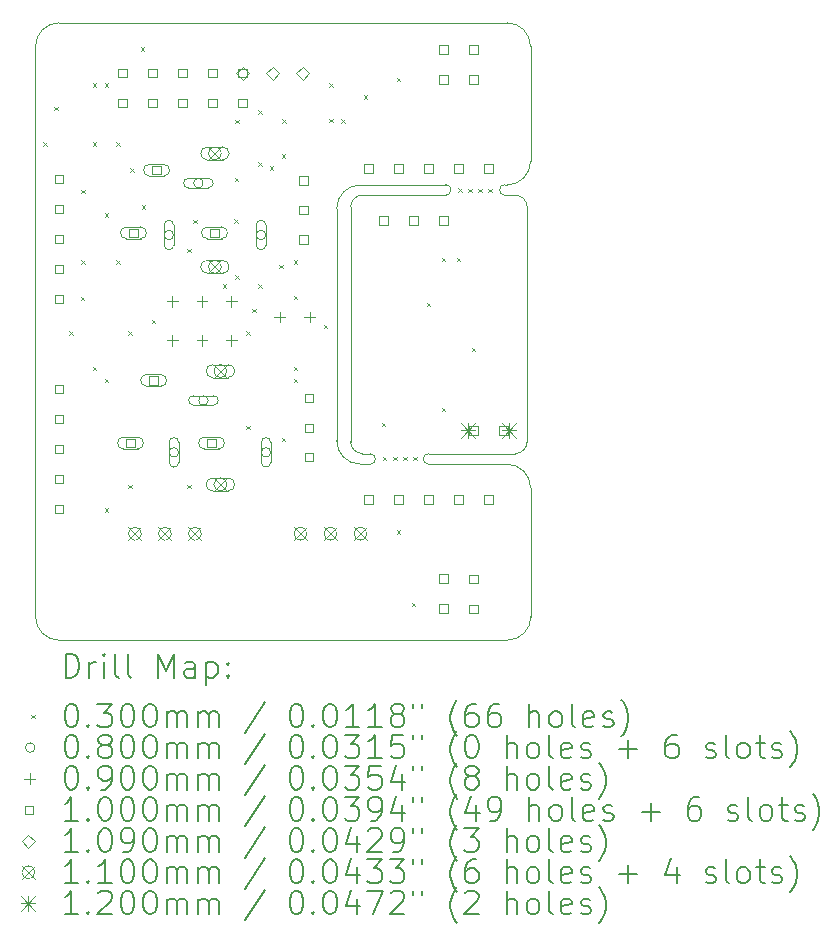
<source format=gbr>
%TF.GenerationSoftware,KiCad,Pcbnew,8.0.4*%
%TF.CreationDate,2024-08-25T20:24:56-07:00*%
%TF.ProjectId,Croissant_Offset,43726f69-7373-4616-9e74-5f4f66667365,rev?*%
%TF.SameCoordinates,Original*%
%TF.FileFunction,Drillmap*%
%TF.FilePolarity,Positive*%
%FSLAX45Y45*%
G04 Gerber Fmt 4.5, Leading zero omitted, Abs format (unit mm)*
G04 Created by KiCad (PCBNEW 8.0.4) date 2024-08-25 20:24:56*
%MOMM*%
%LPD*%
G01*
G04 APERTURE LIST*
%ADD10C,0.050000*%
%ADD11C,0.100000*%
%ADD12C,0.200000*%
%ADD13C,0.109000*%
%ADD14C,0.110000*%
%ADD15C,0.120000*%
G04 APERTURE END LIST*
D10*
X8773544Y-5932380D02*
G75*
G02*
X8773544Y-5842760I6J44810D01*
G01*
D11*
X7549480Y-8209528D02*
X7632610Y-8209814D01*
D10*
X8862358Y-5932472D02*
G75*
G02*
X8962358Y-6032472I2J-99998D01*
G01*
X8773544Y-5932380D02*
X8862358Y-5932472D01*
X7567838Y-5932472D02*
X8273544Y-5932380D01*
D11*
X8793979Y-9700000D02*
X5000000Y-9700000D01*
D10*
X7632610Y-8120186D02*
X7567838Y-8120000D01*
X7467838Y-6032472D02*
G75*
G02*
X7567838Y-5932468I100002J2D01*
G01*
X8862358Y-8120000D02*
X8128000Y-8120186D01*
D11*
X8991400Y-5646000D02*
G75*
G02*
X8791400Y-5846000I-200010J10D01*
G01*
D10*
X8962358Y-6032472D02*
X8962358Y-8020000D01*
D11*
X8991301Y-4672061D02*
X8991400Y-5646000D01*
X5000000Y-4473000D02*
X8791301Y-4472061D01*
X7349480Y-6046000D02*
X7349480Y-8009528D01*
X8791400Y-8209528D02*
G75*
G02*
X8991402Y-8409528I0J-200002D01*
G01*
D10*
X8273544Y-5842752D02*
G75*
G02*
X8273544Y-5932388I6J-44818D01*
G01*
X8962358Y-8020000D02*
G75*
G02*
X8862358Y-8119998I-99998J0D01*
G01*
X7467838Y-8020000D02*
X7467838Y-6032472D01*
D11*
X4800000Y-9500000D02*
X4800000Y-4673000D01*
X5000000Y-9700000D02*
G75*
G02*
X4800000Y-9500000I0J200000D01*
G01*
D10*
X8128000Y-8209814D02*
G75*
G02*
X8128000Y-8120186I0J44814D01*
G01*
D11*
X8993979Y-9500000D02*
G75*
G02*
X8793979Y-9699999I-199999J0D01*
G01*
X8273544Y-5842752D02*
X7549480Y-5846000D01*
X8991400Y-8409528D02*
X8993979Y-9500000D01*
D10*
X7567838Y-8120000D02*
G75*
G02*
X7467840Y-8020000I2J100000D01*
G01*
X7632610Y-8120186D02*
G75*
G02*
X7632610Y-8209814I0J-44814D01*
G01*
D11*
X4800000Y-4673000D02*
G75*
G02*
X5000000Y-4473000I200000J0D01*
G01*
X7349480Y-6046000D02*
G75*
G02*
X7549480Y-5846000I200000J0D01*
G01*
X7549480Y-8209528D02*
G75*
G02*
X7349482Y-8009528I0J199998D01*
G01*
X8791400Y-5846000D02*
X8773544Y-5842752D01*
X8791301Y-4472061D02*
G75*
G02*
X8991299Y-4672061I-1J-199999D01*
G01*
X8128000Y-8209814D02*
X8791400Y-8209528D01*
D12*
D11*
X4865000Y-5485000D02*
X4895000Y-5515000D01*
X4895000Y-5485000D02*
X4865000Y-5515000D01*
X4959260Y-5185000D02*
X4989260Y-5215000D01*
X4989260Y-5185000D02*
X4959260Y-5215000D01*
X5085000Y-7085000D02*
X5115000Y-7115000D01*
X5115000Y-7085000D02*
X5085000Y-7115000D01*
X5182360Y-6791394D02*
X5212360Y-6821394D01*
X5212360Y-6791394D02*
X5182360Y-6821394D01*
X5185000Y-5885000D02*
X5215000Y-5915000D01*
X5215000Y-5885000D02*
X5185000Y-5915000D01*
X5185000Y-6485000D02*
X5215000Y-6515000D01*
X5215000Y-6485000D02*
X5185000Y-6515000D01*
X5285000Y-4985000D02*
X5315000Y-5015000D01*
X5315000Y-4985000D02*
X5285000Y-5015000D01*
X5285000Y-5485000D02*
X5315000Y-5515000D01*
X5315000Y-5485000D02*
X5285000Y-5515000D01*
X5285000Y-7385000D02*
X5315000Y-7415000D01*
X5315000Y-7385000D02*
X5285000Y-7415000D01*
X5385000Y-4985000D02*
X5415000Y-5015000D01*
X5415000Y-4985000D02*
X5385000Y-5015000D01*
X5385000Y-6085000D02*
X5415000Y-6115000D01*
X5415000Y-6085000D02*
X5385000Y-6115000D01*
X5385000Y-7485000D02*
X5415000Y-7515000D01*
X5415000Y-7485000D02*
X5385000Y-7515000D01*
X5385000Y-8585000D02*
X5415000Y-8615000D01*
X5415000Y-8585000D02*
X5385000Y-8615000D01*
X5485000Y-5485000D02*
X5515000Y-5515000D01*
X5515000Y-5485000D02*
X5485000Y-5515000D01*
X5485000Y-6485000D02*
X5515000Y-6515000D01*
X5515000Y-6485000D02*
X5485000Y-6515000D01*
X5585000Y-7085000D02*
X5615000Y-7115000D01*
X5615000Y-7085000D02*
X5585000Y-7115000D01*
X5585000Y-8385000D02*
X5615000Y-8415000D01*
X5615000Y-8385000D02*
X5585000Y-8415000D01*
X5601839Y-5701839D02*
X5631839Y-5731839D01*
X5631839Y-5701839D02*
X5601839Y-5731839D01*
X5689372Y-4678000D02*
X5719372Y-4708000D01*
X5719372Y-4678000D02*
X5689372Y-4708000D01*
X5700000Y-6017500D02*
X5730000Y-6047500D01*
X5730000Y-6017500D02*
X5700000Y-6047500D01*
X5785000Y-6985000D02*
X5815000Y-7015000D01*
X5815000Y-6985000D02*
X5785000Y-7015000D01*
X6085000Y-6385000D02*
X6115000Y-6415000D01*
X6115000Y-6385000D02*
X6085000Y-6415000D01*
X6085000Y-8385000D02*
X6115000Y-8415000D01*
X6115000Y-8385000D02*
X6085000Y-8415000D01*
X6137357Y-6141283D02*
X6167357Y-6171283D01*
X6167357Y-6141283D02*
X6137357Y-6171283D01*
X6385000Y-6685000D02*
X6415000Y-6715000D01*
X6415000Y-6685000D02*
X6385000Y-6715000D01*
X6484298Y-6137002D02*
X6514298Y-6167002D01*
X6514298Y-6137002D02*
X6484298Y-6167002D01*
X6485000Y-5785000D02*
X6515000Y-5815000D01*
X6515000Y-5785000D02*
X6485000Y-5815000D01*
X6490617Y-6610000D02*
X6520617Y-6640000D01*
X6520617Y-6610000D02*
X6490617Y-6640000D01*
X6492033Y-5292033D02*
X6522033Y-5322033D01*
X6522033Y-5292033D02*
X6492033Y-5322033D01*
X6585000Y-7085000D02*
X6615000Y-7115000D01*
X6615000Y-7085000D02*
X6585000Y-7115000D01*
X6585000Y-7885000D02*
X6615000Y-7915000D01*
X6615000Y-7885000D02*
X6585000Y-7915000D01*
X6633283Y-6892468D02*
X6663283Y-6922468D01*
X6663283Y-6892468D02*
X6633283Y-6922468D01*
X6683647Y-5651606D02*
X6713647Y-5681606D01*
X6713647Y-5651606D02*
X6683647Y-5681606D01*
X6685000Y-5214000D02*
X6715000Y-5244000D01*
X6715000Y-5214000D02*
X6685000Y-5244000D01*
X6685000Y-6685000D02*
X6715000Y-6715000D01*
X6715000Y-6685000D02*
X6685000Y-6715000D01*
X6785000Y-5685000D02*
X6815000Y-5715000D01*
X6815000Y-5685000D02*
X6785000Y-5715000D01*
X6862559Y-6519758D02*
X6892559Y-6549758D01*
X6892559Y-6519758D02*
X6862559Y-6549758D01*
X6885000Y-5585000D02*
X6915000Y-5615000D01*
X6915000Y-5585000D02*
X6885000Y-5615000D01*
X6885000Y-7985000D02*
X6915000Y-8015000D01*
X6915000Y-7985000D02*
X6885000Y-8015000D01*
X6888033Y-5288033D02*
X6918033Y-5318033D01*
X6918033Y-5288033D02*
X6888033Y-5318033D01*
X6985000Y-6485000D02*
X7015000Y-6515000D01*
X7015000Y-6485000D02*
X6985000Y-6515000D01*
X6985000Y-6785000D02*
X7015000Y-6815000D01*
X7015000Y-6785000D02*
X6985000Y-6815000D01*
X6985000Y-7385000D02*
X7015000Y-7415000D01*
X7015000Y-7385000D02*
X6985000Y-7415000D01*
X6988033Y-7488033D02*
X7018033Y-7518033D01*
X7018033Y-7488033D02*
X6988033Y-7518033D01*
X7241150Y-7028850D02*
X7271150Y-7058850D01*
X7271150Y-7028850D02*
X7241150Y-7058850D01*
X7285000Y-4985000D02*
X7315000Y-5015000D01*
X7315000Y-4985000D02*
X7285000Y-5015000D01*
X7285000Y-5285000D02*
X7315000Y-5315000D01*
X7315000Y-5285000D02*
X7285000Y-5315000D01*
X7388033Y-5288033D02*
X7418033Y-5318033D01*
X7418033Y-5288033D02*
X7388033Y-5318033D01*
X7580000Y-5087000D02*
X7610000Y-5117000D01*
X7610000Y-5087000D02*
X7580000Y-5117000D01*
X7732000Y-7859000D02*
X7762000Y-7889000D01*
X7762000Y-7859000D02*
X7732000Y-7889000D01*
X7741258Y-8146704D02*
X7771258Y-8176704D01*
X7771258Y-8146704D02*
X7741258Y-8176704D01*
X7827413Y-8147521D02*
X7857413Y-8177521D01*
X7857413Y-8147521D02*
X7827413Y-8177521D01*
X7859000Y-4938000D02*
X7889000Y-4968000D01*
X7889000Y-4938000D02*
X7859000Y-4968000D01*
X7859000Y-8771008D02*
X7889000Y-8801008D01*
X7889000Y-8771008D02*
X7859000Y-8801008D01*
X7911526Y-8148338D02*
X7941526Y-8178338D01*
X7941526Y-8148338D02*
X7911526Y-8178338D01*
X7986000Y-9383000D02*
X8016000Y-9413000D01*
X8016000Y-9383000D02*
X7986000Y-9413000D01*
X7997680Y-8147521D02*
X8027680Y-8177521D01*
X8027680Y-8147521D02*
X7997680Y-8177521D01*
X8113000Y-6843000D02*
X8143000Y-6873000D01*
X8143000Y-6843000D02*
X8113000Y-6873000D01*
X8240000Y-6462000D02*
X8270000Y-6492000D01*
X8270000Y-6462000D02*
X8240000Y-6492000D01*
X8240000Y-7732000D02*
X8270000Y-7762000D01*
X8270000Y-7732000D02*
X8240000Y-7762000D01*
X8367000Y-6462000D02*
X8397000Y-6492000D01*
X8397000Y-6462000D02*
X8367000Y-6492000D01*
X8377716Y-5875469D02*
X8407716Y-5905469D01*
X8407716Y-5875469D02*
X8377716Y-5905469D01*
X8463870Y-5876286D02*
X8493870Y-5906286D01*
X8493870Y-5876286D02*
X8463870Y-5906286D01*
X8494000Y-7224000D02*
X8524000Y-7254000D01*
X8524000Y-7224000D02*
X8494000Y-7254000D01*
X8547983Y-5877102D02*
X8577983Y-5907102D01*
X8577983Y-5877102D02*
X8547983Y-5907102D01*
X8634137Y-5876286D02*
X8664137Y-5906286D01*
X8664137Y-5876286D02*
X8634137Y-5906286D01*
X5969298Y-6269758D02*
G75*
G02*
X5889298Y-6269758I-40000J0D01*
G01*
X5889298Y-6269758D02*
G75*
G02*
X5969298Y-6269758I40000J0D01*
G01*
X5969298Y-6354758D02*
X5969298Y-6184758D01*
X5889298Y-6184758D02*
G75*
G02*
X5969298Y-6184758I40000J0D01*
G01*
X5889298Y-6184758D02*
X5889298Y-6354758D01*
X5889298Y-6354758D02*
G75*
G03*
X5969298Y-6354758I40000J0D01*
G01*
X6011845Y-8110016D02*
G75*
G02*
X5931845Y-8110016I-40000J0D01*
G01*
X5931845Y-8110016D02*
G75*
G02*
X6011845Y-8110016I40000J0D01*
G01*
X6011845Y-8195016D02*
X6011845Y-8025016D01*
X5931845Y-8025016D02*
G75*
G02*
X6011845Y-8025016I40000J0D01*
G01*
X5931845Y-8025016D02*
X5931845Y-8195016D01*
X5931845Y-8195016D02*
G75*
G03*
X6011845Y-8195016I40000J0D01*
G01*
X6219298Y-5829758D02*
G75*
G02*
X6139298Y-5829758I-40000J0D01*
G01*
X6139298Y-5829758D02*
G75*
G02*
X6219298Y-5829758I40000J0D01*
G01*
X6094298Y-5869758D02*
X6264298Y-5869758D01*
X6264298Y-5789758D02*
G75*
G02*
X6264298Y-5869758I0J-40000D01*
G01*
X6264298Y-5789758D02*
X6094298Y-5789758D01*
X6094298Y-5789758D02*
G75*
G03*
X6094298Y-5869758I0J-40000D01*
G01*
X6261845Y-7670016D02*
G75*
G02*
X6181845Y-7670016I-40000J0D01*
G01*
X6181845Y-7670016D02*
G75*
G02*
X6261845Y-7670016I40000J0D01*
G01*
X6136845Y-7710016D02*
X6306845Y-7710016D01*
X6306845Y-7630016D02*
G75*
G02*
X6306845Y-7710016I0J-40000D01*
G01*
X6306845Y-7630016D02*
X6136845Y-7630016D01*
X6136845Y-7630016D02*
G75*
G03*
X6136845Y-7710016I0J-40000D01*
G01*
X6749298Y-6269758D02*
G75*
G02*
X6669298Y-6269758I-40000J0D01*
G01*
X6669298Y-6269758D02*
G75*
G02*
X6749298Y-6269758I40000J0D01*
G01*
X6749298Y-6354758D02*
X6749298Y-6184758D01*
X6669298Y-6184758D02*
G75*
G02*
X6749298Y-6184758I40000J0D01*
G01*
X6669298Y-6184758D02*
X6669298Y-6354758D01*
X6669298Y-6354758D02*
G75*
G03*
X6749298Y-6354758I40000J0D01*
G01*
X6791845Y-8110016D02*
G75*
G02*
X6711845Y-8110016I-40000J0D01*
G01*
X6711845Y-8110016D02*
G75*
G02*
X6791845Y-8110016I40000J0D01*
G01*
X6791845Y-8195016D02*
X6791845Y-8025016D01*
X6711845Y-8025016D02*
G75*
G02*
X6791845Y-8025016I40000J0D01*
G01*
X6711845Y-8025016D02*
X6711845Y-8195016D01*
X6711845Y-8195016D02*
G75*
G03*
X6791845Y-8195016I40000J0D01*
G01*
X5958283Y-6787468D02*
X5958283Y-6877468D01*
X5913283Y-6832468D02*
X6003283Y-6832468D01*
X5958283Y-7117468D02*
X5958283Y-7207468D01*
X5913283Y-7162468D02*
X6003283Y-7162468D01*
X6208283Y-6787468D02*
X6208283Y-6877468D01*
X6163283Y-6832468D02*
X6253283Y-6832468D01*
X6208283Y-7117468D02*
X6208283Y-7207468D01*
X6163283Y-7162468D02*
X6253283Y-7162468D01*
X6458283Y-6787468D02*
X6458283Y-6877468D01*
X6413283Y-6832468D02*
X6503283Y-6832468D01*
X6458283Y-7117468D02*
X6458283Y-7207468D01*
X6413283Y-7162468D02*
X6503283Y-7162468D01*
X6867150Y-6918402D02*
X6867150Y-7008402D01*
X6822150Y-6963402D02*
X6912150Y-6963402D01*
X7121150Y-6918402D02*
X7121150Y-7008402D01*
X7076150Y-6963402D02*
X7166150Y-6963402D01*
X5035356Y-7606782D02*
X5035356Y-7536070D01*
X4964644Y-7536070D01*
X4964644Y-7606782D01*
X5035356Y-7606782D01*
X5035356Y-7860782D02*
X5035356Y-7790070D01*
X4964644Y-7790070D01*
X4964644Y-7860782D01*
X5035356Y-7860782D01*
X5035356Y-8114782D02*
X5035356Y-8044070D01*
X4964644Y-8044070D01*
X4964644Y-8114782D01*
X5035356Y-8114782D01*
X5035356Y-8368782D02*
X5035356Y-8298070D01*
X4964644Y-8298070D01*
X4964644Y-8368782D01*
X5035356Y-8368782D01*
X5035356Y-8622782D02*
X5035356Y-8552071D01*
X4964644Y-8552071D01*
X4964644Y-8622782D01*
X5035356Y-8622782D01*
X5036725Y-5829285D02*
X5036725Y-5758573D01*
X4966013Y-5758573D01*
X4966013Y-5829285D01*
X5036725Y-5829285D01*
X5036725Y-6083285D02*
X5036725Y-6012573D01*
X4966013Y-6012573D01*
X4966013Y-6083285D01*
X5036725Y-6083285D01*
X5036725Y-6337285D02*
X5036725Y-6266573D01*
X4966013Y-6266573D01*
X4966013Y-6337285D01*
X5036725Y-6337285D01*
X5036725Y-6591285D02*
X5036725Y-6520573D01*
X4966013Y-6520573D01*
X4966013Y-6591285D01*
X5036725Y-6591285D01*
X5036725Y-6845285D02*
X5036725Y-6774573D01*
X4966013Y-6774573D01*
X4966013Y-6845285D01*
X5036725Y-6845285D01*
X5573356Y-4935356D02*
X5573356Y-4864644D01*
X5502644Y-4864644D01*
X5502644Y-4935356D01*
X5573356Y-4935356D01*
X5573356Y-5189356D02*
X5573356Y-5118644D01*
X5502644Y-5118644D01*
X5502644Y-5189356D01*
X5573356Y-5189356D01*
X5639956Y-8065356D02*
X5639956Y-7994644D01*
X5569244Y-7994644D01*
X5569244Y-8065356D01*
X5639956Y-8065356D01*
X5664600Y-7980000D02*
X5544600Y-7980000D01*
X5544600Y-8080000D02*
G75*
G02*
X5544600Y-7980000I0J50000D01*
G01*
X5544600Y-8080000D02*
X5664600Y-8080000D01*
X5664600Y-8080000D02*
G75*
G03*
X5664600Y-7980000I0J50000D01*
G01*
X5665067Y-6286292D02*
X5665067Y-6215581D01*
X5594355Y-6215581D01*
X5594355Y-6286292D01*
X5665067Y-6286292D01*
X5689711Y-6200936D02*
X5569711Y-6200936D01*
X5569711Y-6300936D02*
G75*
G02*
X5569711Y-6200936I0J50000D01*
G01*
X5569711Y-6300936D02*
X5689711Y-6300936D01*
X5689711Y-6300936D02*
G75*
G03*
X5689711Y-6200936I0J50000D01*
G01*
X5827356Y-4935356D02*
X5827356Y-4864644D01*
X5756644Y-4864644D01*
X5756644Y-4935356D01*
X5827356Y-4935356D01*
X5827356Y-5189356D02*
X5827356Y-5118644D01*
X5756644Y-5118644D01*
X5756644Y-5189356D01*
X5827356Y-5189356D01*
X5835356Y-7535356D02*
X5835356Y-7464644D01*
X5764644Y-7464644D01*
X5764644Y-7535356D01*
X5835356Y-7535356D01*
X5860000Y-7450000D02*
X5740000Y-7450000D01*
X5740000Y-7550000D02*
G75*
G02*
X5740000Y-7450000I0J50000D01*
G01*
X5740000Y-7550000D02*
X5860000Y-7550000D01*
X5860000Y-7550000D02*
G75*
G03*
X5860000Y-7450000I0J50000D01*
G01*
X5860467Y-5756292D02*
X5860467Y-5685581D01*
X5789755Y-5685581D01*
X5789755Y-5756292D01*
X5860467Y-5756292D01*
X5885111Y-5670936D02*
X5765111Y-5670936D01*
X5765111Y-5770936D02*
G75*
G02*
X5765111Y-5670936I0J50000D01*
G01*
X5765111Y-5770936D02*
X5885111Y-5770936D01*
X5885111Y-5770936D02*
G75*
G03*
X5885111Y-5670936I0J50000D01*
G01*
X6081356Y-4935356D02*
X6081356Y-4864644D01*
X6010644Y-4864644D01*
X6010644Y-4935356D01*
X6081356Y-4935356D01*
X6081356Y-5189356D02*
X6081356Y-5118644D01*
X6010644Y-5118644D01*
X6010644Y-5189356D01*
X6081356Y-5189356D01*
X6325756Y-8065356D02*
X6325756Y-7994644D01*
X6255044Y-7994644D01*
X6255044Y-8065356D01*
X6325756Y-8065356D01*
X6230400Y-8080000D02*
X6350400Y-8080000D01*
X6350400Y-7980000D02*
G75*
G02*
X6350400Y-8080000I0J-50000D01*
G01*
X6350400Y-7980000D02*
X6230400Y-7980000D01*
X6230400Y-7980000D02*
G75*
G03*
X6230400Y-8080000I0J-50000D01*
G01*
X6335356Y-4935356D02*
X6335356Y-4864644D01*
X6264644Y-4864644D01*
X6264644Y-4935356D01*
X6335356Y-4935356D01*
X6335356Y-5189356D02*
X6335356Y-5118644D01*
X6264644Y-5118644D01*
X6264644Y-5189356D01*
X6335356Y-5189356D01*
X6350867Y-6286292D02*
X6350867Y-6215581D01*
X6280155Y-6215581D01*
X6280155Y-6286292D01*
X6350867Y-6286292D01*
X6255511Y-6300936D02*
X6375511Y-6300936D01*
X6375511Y-6200936D02*
G75*
G02*
X6375511Y-6300936I0J-50000D01*
G01*
X6375511Y-6200936D02*
X6255511Y-6200936D01*
X6255511Y-6200936D02*
G75*
G03*
X6255511Y-6300936I0J-50000D01*
G01*
X6589356Y-4935356D02*
X6589356Y-4864644D01*
X6518644Y-4864644D01*
X6518644Y-4935356D01*
X6589356Y-4935356D01*
X6589356Y-5189356D02*
X6589356Y-5118644D01*
X6518644Y-5118644D01*
X6518644Y-5189356D01*
X6589356Y-5189356D01*
X7104182Y-5843858D02*
X7104182Y-5773147D01*
X7033470Y-5773147D01*
X7033470Y-5843858D01*
X7104182Y-5843858D01*
X7104182Y-6093858D02*
X7104182Y-6023147D01*
X7033470Y-6023147D01*
X7033470Y-6093858D01*
X7104182Y-6093858D01*
X7104182Y-6343858D02*
X7104182Y-6273147D01*
X7033470Y-6273147D01*
X7033470Y-6343858D01*
X7104182Y-6343858D01*
X7151048Y-7686742D02*
X7151048Y-7616031D01*
X7080336Y-7616031D01*
X7080336Y-7686742D01*
X7151048Y-7686742D01*
X7151048Y-7936742D02*
X7151048Y-7866031D01*
X7080336Y-7866031D01*
X7080336Y-7936742D01*
X7151048Y-7936742D01*
X7151048Y-8186742D02*
X7151048Y-8116031D01*
X7080336Y-8116031D01*
X7080336Y-8186742D01*
X7151048Y-8186742D01*
X7654483Y-5742267D02*
X7654483Y-5671556D01*
X7583772Y-5671556D01*
X7583772Y-5742267D01*
X7654483Y-5742267D01*
X7656236Y-8544356D02*
X7656236Y-8473644D01*
X7585524Y-8473644D01*
X7585524Y-8544356D01*
X7656236Y-8544356D01*
X7782628Y-6181356D02*
X7782628Y-6110644D01*
X7711917Y-6110644D01*
X7711917Y-6181356D01*
X7782628Y-6181356D01*
X7908483Y-5742267D02*
X7908483Y-5671556D01*
X7837772Y-5671556D01*
X7837772Y-5742267D01*
X7908483Y-5742267D01*
X7910236Y-8544356D02*
X7910236Y-8473644D01*
X7839524Y-8473644D01*
X7839524Y-8544356D01*
X7910236Y-8544356D01*
X8036628Y-6181356D02*
X8036628Y-6110644D01*
X7965917Y-6110644D01*
X7965917Y-6181356D01*
X8036628Y-6181356D01*
X8162483Y-5742267D02*
X8162483Y-5671556D01*
X8091772Y-5671556D01*
X8091772Y-5742267D01*
X8162483Y-5742267D01*
X8164236Y-8544356D02*
X8164236Y-8473644D01*
X8093524Y-8473644D01*
X8093524Y-8544356D01*
X8164236Y-8544356D01*
X8289483Y-4735443D02*
X8289483Y-4664731D01*
X8218772Y-4664731D01*
X8218772Y-4735443D01*
X8289483Y-4735443D01*
X8289483Y-4989443D02*
X8289483Y-4918731D01*
X8218772Y-4918731D01*
X8218772Y-4989443D01*
X8289483Y-4989443D01*
X8289767Y-9214181D02*
X8289767Y-9143469D01*
X8219055Y-9143469D01*
X8219055Y-9214181D01*
X8289767Y-9214181D01*
X8289767Y-9468181D02*
X8289767Y-9397469D01*
X8219055Y-9397469D01*
X8219055Y-9468181D01*
X8289767Y-9468181D01*
X8290628Y-6181356D02*
X8290628Y-6110644D01*
X8219917Y-6110644D01*
X8219917Y-6181356D01*
X8290628Y-6181356D01*
X8416483Y-5742267D02*
X8416483Y-5671556D01*
X8345772Y-5671556D01*
X8345772Y-5742267D01*
X8416483Y-5742267D01*
X8418236Y-8544356D02*
X8418236Y-8473644D01*
X8347524Y-8473644D01*
X8347524Y-8544356D01*
X8418236Y-8544356D01*
X8544141Y-4734356D02*
X8544141Y-4663644D01*
X8473430Y-4663644D01*
X8473430Y-4734356D01*
X8544141Y-4734356D01*
X8544141Y-4988356D02*
X8544141Y-4917644D01*
X8473430Y-4917644D01*
X8473430Y-4988356D01*
X8544141Y-4988356D01*
X8544356Y-7959424D02*
X8544356Y-7888713D01*
X8473644Y-7888713D01*
X8473644Y-7959424D01*
X8544356Y-7959424D01*
X8544356Y-9214852D02*
X8544356Y-9144141D01*
X8473644Y-9144141D01*
X8473644Y-9214852D01*
X8544356Y-9214852D01*
X8544356Y-9468852D02*
X8544356Y-9398141D01*
X8473644Y-9398141D01*
X8473644Y-9468852D01*
X8544356Y-9468852D01*
X8670483Y-5742267D02*
X8670483Y-5671556D01*
X8599772Y-5671556D01*
X8599772Y-5742267D01*
X8670483Y-5742267D01*
X8672236Y-8544356D02*
X8672236Y-8473644D01*
X8601524Y-8473644D01*
X8601524Y-8544356D01*
X8672236Y-8544356D01*
X8798356Y-7959424D02*
X8798356Y-7888713D01*
X8727644Y-7888713D01*
X8727644Y-7959424D01*
X8798356Y-7959424D01*
D13*
X6554000Y-4954500D02*
X6608500Y-4900000D01*
X6554000Y-4845500D01*
X6499500Y-4900000D01*
X6554000Y-4954500D01*
X6808000Y-4954500D02*
X6862500Y-4900000D01*
X6808000Y-4845500D01*
X6753500Y-4900000D01*
X6808000Y-4954500D01*
X7062000Y-4954500D02*
X7116500Y-4900000D01*
X7062000Y-4845500D01*
X7007500Y-4900000D01*
X7062000Y-4954500D01*
D14*
X5587316Y-8743400D02*
X5697316Y-8853400D01*
X5697316Y-8743400D02*
X5587316Y-8853400D01*
X5697316Y-8798400D02*
G75*
G02*
X5587316Y-8798400I-55000J0D01*
G01*
X5587316Y-8798400D02*
G75*
G02*
X5697316Y-8798400I55000J0D01*
G01*
X5841316Y-8743400D02*
X5951316Y-8853400D01*
X5951316Y-8743400D02*
X5841316Y-8853400D01*
X5951316Y-8798400D02*
G75*
G02*
X5841316Y-8798400I-55000J0D01*
G01*
X5841316Y-8798400D02*
G75*
G02*
X5951316Y-8798400I55000J0D01*
G01*
X6095316Y-8743400D02*
X6205316Y-8853400D01*
X6205316Y-8743400D02*
X6095316Y-8853400D01*
X6205316Y-8798400D02*
G75*
G02*
X6095316Y-8798400I-55000J0D01*
G01*
X6095316Y-8798400D02*
G75*
G02*
X6205316Y-8798400I55000J0D01*
G01*
X6263826Y-5523503D02*
X6373826Y-5633503D01*
X6373826Y-5523503D02*
X6263826Y-5633503D01*
X6373826Y-5578503D02*
G75*
G02*
X6263826Y-5578503I-55000J0D01*
G01*
X6263826Y-5578503D02*
G75*
G02*
X6373826Y-5578503I55000J0D01*
G01*
D11*
X6383826Y-5523503D02*
X6253826Y-5523503D01*
X6253826Y-5633503D02*
G75*
G02*
X6253826Y-5523503I0J55000D01*
G01*
X6253826Y-5633503D02*
X6383826Y-5633503D01*
X6383826Y-5633503D02*
G75*
G03*
X6383826Y-5523503I0J55000D01*
G01*
D14*
X6263826Y-6483503D02*
X6373826Y-6593503D01*
X6373826Y-6483503D02*
X6263826Y-6593503D01*
X6373826Y-6538503D02*
G75*
G02*
X6263826Y-6538503I-55000J0D01*
G01*
X6263826Y-6538503D02*
G75*
G02*
X6373826Y-6538503I55000J0D01*
G01*
D11*
X6383826Y-6483503D02*
X6253826Y-6483503D01*
X6253826Y-6593503D02*
G75*
G02*
X6253826Y-6483503I0J55000D01*
G01*
X6253826Y-6593503D02*
X6383826Y-6593503D01*
X6383826Y-6593503D02*
G75*
G03*
X6383826Y-6483503I0J55000D01*
G01*
D14*
X6310692Y-7366386D02*
X6420692Y-7476386D01*
X6420692Y-7366386D02*
X6310692Y-7476386D01*
X6420692Y-7421386D02*
G75*
G02*
X6310692Y-7421386I-55000J0D01*
G01*
X6310692Y-7421386D02*
G75*
G02*
X6420692Y-7421386I55000J0D01*
G01*
D11*
X6430692Y-7366386D02*
X6300692Y-7366386D01*
X6300692Y-7476386D02*
G75*
G02*
X6300692Y-7366386I0J55000D01*
G01*
X6300692Y-7476386D02*
X6430692Y-7476386D01*
X6430692Y-7476386D02*
G75*
G03*
X6430692Y-7366386I0J55000D01*
G01*
D14*
X6310692Y-8326386D02*
X6420692Y-8436386D01*
X6420692Y-8326386D02*
X6310692Y-8436386D01*
X6420692Y-8381386D02*
G75*
G02*
X6310692Y-8381386I-55000J0D01*
G01*
X6310692Y-8381386D02*
G75*
G02*
X6420692Y-8381386I55000J0D01*
G01*
D11*
X6430692Y-8326386D02*
X6300692Y-8326386D01*
X6300692Y-8436386D02*
G75*
G02*
X6300692Y-8326386I0J55000D01*
G01*
X6300692Y-8436386D02*
X6430692Y-8436386D01*
X6430692Y-8436386D02*
G75*
G03*
X6430692Y-8326386I0J55000D01*
G01*
D14*
X6988032Y-8743400D02*
X7098032Y-8853400D01*
X7098032Y-8743400D02*
X6988032Y-8853400D01*
X7098032Y-8798400D02*
G75*
G02*
X6988032Y-8798400I-55000J0D01*
G01*
X6988032Y-8798400D02*
G75*
G02*
X7098032Y-8798400I55000J0D01*
G01*
X7242032Y-8743400D02*
X7352032Y-8853400D01*
X7352032Y-8743400D02*
X7242032Y-8853400D01*
X7352032Y-8798400D02*
G75*
G02*
X7242032Y-8798400I-55000J0D01*
G01*
X7242032Y-8798400D02*
G75*
G02*
X7352032Y-8798400I55000J0D01*
G01*
X7496032Y-8743400D02*
X7606032Y-8853400D01*
X7606032Y-8743400D02*
X7496032Y-8853400D01*
X7606032Y-8798400D02*
G75*
G02*
X7496032Y-8798400I-55000J0D01*
G01*
X7496032Y-8798400D02*
G75*
G02*
X7606032Y-8798400I55000J0D01*
G01*
D15*
X8399738Y-7864629D02*
X8519738Y-7984629D01*
X8519738Y-7864629D02*
X8399738Y-7984629D01*
X8459738Y-7864629D02*
X8459738Y-7984629D01*
X8399738Y-7924629D02*
X8519738Y-7924629D01*
X8749738Y-7864629D02*
X8869738Y-7984629D01*
X8869738Y-7864629D02*
X8749738Y-7984629D01*
X8809738Y-7864629D02*
X8809738Y-7984629D01*
X8749738Y-7924629D02*
X8869738Y-7924629D01*
D12*
X5055777Y-10016484D02*
X5055777Y-9816484D01*
X5055777Y-9816484D02*
X5103396Y-9816484D01*
X5103396Y-9816484D02*
X5131967Y-9826008D01*
X5131967Y-9826008D02*
X5151015Y-9845055D01*
X5151015Y-9845055D02*
X5160539Y-9864103D01*
X5160539Y-9864103D02*
X5170063Y-9902198D01*
X5170063Y-9902198D02*
X5170063Y-9930770D01*
X5170063Y-9930770D02*
X5160539Y-9968865D01*
X5160539Y-9968865D02*
X5151015Y-9987912D01*
X5151015Y-9987912D02*
X5131967Y-10006960D01*
X5131967Y-10006960D02*
X5103396Y-10016484D01*
X5103396Y-10016484D02*
X5055777Y-10016484D01*
X5255777Y-10016484D02*
X5255777Y-9883150D01*
X5255777Y-9921246D02*
X5265301Y-9902198D01*
X5265301Y-9902198D02*
X5274824Y-9892674D01*
X5274824Y-9892674D02*
X5293872Y-9883150D01*
X5293872Y-9883150D02*
X5312920Y-9883150D01*
X5379586Y-10016484D02*
X5379586Y-9883150D01*
X5379586Y-9816484D02*
X5370063Y-9826008D01*
X5370063Y-9826008D02*
X5379586Y-9835531D01*
X5379586Y-9835531D02*
X5389110Y-9826008D01*
X5389110Y-9826008D02*
X5379586Y-9816484D01*
X5379586Y-9816484D02*
X5379586Y-9835531D01*
X5503396Y-10016484D02*
X5484348Y-10006960D01*
X5484348Y-10006960D02*
X5474824Y-9987912D01*
X5474824Y-9987912D02*
X5474824Y-9816484D01*
X5608158Y-10016484D02*
X5589110Y-10006960D01*
X5589110Y-10006960D02*
X5579586Y-9987912D01*
X5579586Y-9987912D02*
X5579586Y-9816484D01*
X5836729Y-10016484D02*
X5836729Y-9816484D01*
X5836729Y-9816484D02*
X5903396Y-9959341D01*
X5903396Y-9959341D02*
X5970062Y-9816484D01*
X5970062Y-9816484D02*
X5970062Y-10016484D01*
X6151015Y-10016484D02*
X6151015Y-9911722D01*
X6151015Y-9911722D02*
X6141491Y-9892674D01*
X6141491Y-9892674D02*
X6122443Y-9883150D01*
X6122443Y-9883150D02*
X6084348Y-9883150D01*
X6084348Y-9883150D02*
X6065301Y-9892674D01*
X6151015Y-10006960D02*
X6131967Y-10016484D01*
X6131967Y-10016484D02*
X6084348Y-10016484D01*
X6084348Y-10016484D02*
X6065301Y-10006960D01*
X6065301Y-10006960D02*
X6055777Y-9987912D01*
X6055777Y-9987912D02*
X6055777Y-9968865D01*
X6055777Y-9968865D02*
X6065301Y-9949817D01*
X6065301Y-9949817D02*
X6084348Y-9940293D01*
X6084348Y-9940293D02*
X6131967Y-9940293D01*
X6131967Y-9940293D02*
X6151015Y-9930770D01*
X6246253Y-9883150D02*
X6246253Y-10083150D01*
X6246253Y-9892674D02*
X6265301Y-9883150D01*
X6265301Y-9883150D02*
X6303396Y-9883150D01*
X6303396Y-9883150D02*
X6322443Y-9892674D01*
X6322443Y-9892674D02*
X6331967Y-9902198D01*
X6331967Y-9902198D02*
X6341491Y-9921246D01*
X6341491Y-9921246D02*
X6341491Y-9978389D01*
X6341491Y-9978389D02*
X6331967Y-9997436D01*
X6331967Y-9997436D02*
X6322443Y-10006960D01*
X6322443Y-10006960D02*
X6303396Y-10016484D01*
X6303396Y-10016484D02*
X6265301Y-10016484D01*
X6265301Y-10016484D02*
X6246253Y-10006960D01*
X6427205Y-9997436D02*
X6436729Y-10006960D01*
X6436729Y-10006960D02*
X6427205Y-10016484D01*
X6427205Y-10016484D02*
X6417682Y-10006960D01*
X6417682Y-10006960D02*
X6427205Y-9997436D01*
X6427205Y-9997436D02*
X6427205Y-10016484D01*
X6427205Y-9892674D02*
X6436729Y-9902198D01*
X6436729Y-9902198D02*
X6427205Y-9911722D01*
X6427205Y-9911722D02*
X6417682Y-9902198D01*
X6417682Y-9902198D02*
X6427205Y-9892674D01*
X6427205Y-9892674D02*
X6427205Y-9911722D01*
D11*
X4765000Y-10330000D02*
X4795000Y-10360000D01*
X4795000Y-10330000D02*
X4765000Y-10360000D01*
D12*
X5093872Y-10236484D02*
X5112920Y-10236484D01*
X5112920Y-10236484D02*
X5131967Y-10246008D01*
X5131967Y-10246008D02*
X5141491Y-10255531D01*
X5141491Y-10255531D02*
X5151015Y-10274579D01*
X5151015Y-10274579D02*
X5160539Y-10312674D01*
X5160539Y-10312674D02*
X5160539Y-10360293D01*
X5160539Y-10360293D02*
X5151015Y-10398389D01*
X5151015Y-10398389D02*
X5141491Y-10417436D01*
X5141491Y-10417436D02*
X5131967Y-10426960D01*
X5131967Y-10426960D02*
X5112920Y-10436484D01*
X5112920Y-10436484D02*
X5093872Y-10436484D01*
X5093872Y-10436484D02*
X5074824Y-10426960D01*
X5074824Y-10426960D02*
X5065301Y-10417436D01*
X5065301Y-10417436D02*
X5055777Y-10398389D01*
X5055777Y-10398389D02*
X5046253Y-10360293D01*
X5046253Y-10360293D02*
X5046253Y-10312674D01*
X5046253Y-10312674D02*
X5055777Y-10274579D01*
X5055777Y-10274579D02*
X5065301Y-10255531D01*
X5065301Y-10255531D02*
X5074824Y-10246008D01*
X5074824Y-10246008D02*
X5093872Y-10236484D01*
X5246253Y-10417436D02*
X5255777Y-10426960D01*
X5255777Y-10426960D02*
X5246253Y-10436484D01*
X5246253Y-10436484D02*
X5236729Y-10426960D01*
X5236729Y-10426960D02*
X5246253Y-10417436D01*
X5246253Y-10417436D02*
X5246253Y-10436484D01*
X5322444Y-10236484D02*
X5446253Y-10236484D01*
X5446253Y-10236484D02*
X5379586Y-10312674D01*
X5379586Y-10312674D02*
X5408158Y-10312674D01*
X5408158Y-10312674D02*
X5427205Y-10322198D01*
X5427205Y-10322198D02*
X5436729Y-10331722D01*
X5436729Y-10331722D02*
X5446253Y-10350770D01*
X5446253Y-10350770D02*
X5446253Y-10398389D01*
X5446253Y-10398389D02*
X5436729Y-10417436D01*
X5436729Y-10417436D02*
X5427205Y-10426960D01*
X5427205Y-10426960D02*
X5408158Y-10436484D01*
X5408158Y-10436484D02*
X5351015Y-10436484D01*
X5351015Y-10436484D02*
X5331967Y-10426960D01*
X5331967Y-10426960D02*
X5322444Y-10417436D01*
X5570063Y-10236484D02*
X5589110Y-10236484D01*
X5589110Y-10236484D02*
X5608158Y-10246008D01*
X5608158Y-10246008D02*
X5617682Y-10255531D01*
X5617682Y-10255531D02*
X5627205Y-10274579D01*
X5627205Y-10274579D02*
X5636729Y-10312674D01*
X5636729Y-10312674D02*
X5636729Y-10360293D01*
X5636729Y-10360293D02*
X5627205Y-10398389D01*
X5627205Y-10398389D02*
X5617682Y-10417436D01*
X5617682Y-10417436D02*
X5608158Y-10426960D01*
X5608158Y-10426960D02*
X5589110Y-10436484D01*
X5589110Y-10436484D02*
X5570063Y-10436484D01*
X5570063Y-10436484D02*
X5551015Y-10426960D01*
X5551015Y-10426960D02*
X5541491Y-10417436D01*
X5541491Y-10417436D02*
X5531967Y-10398389D01*
X5531967Y-10398389D02*
X5522444Y-10360293D01*
X5522444Y-10360293D02*
X5522444Y-10312674D01*
X5522444Y-10312674D02*
X5531967Y-10274579D01*
X5531967Y-10274579D02*
X5541491Y-10255531D01*
X5541491Y-10255531D02*
X5551015Y-10246008D01*
X5551015Y-10246008D02*
X5570063Y-10236484D01*
X5760539Y-10236484D02*
X5779586Y-10236484D01*
X5779586Y-10236484D02*
X5798634Y-10246008D01*
X5798634Y-10246008D02*
X5808158Y-10255531D01*
X5808158Y-10255531D02*
X5817682Y-10274579D01*
X5817682Y-10274579D02*
X5827205Y-10312674D01*
X5827205Y-10312674D02*
X5827205Y-10360293D01*
X5827205Y-10360293D02*
X5817682Y-10398389D01*
X5817682Y-10398389D02*
X5808158Y-10417436D01*
X5808158Y-10417436D02*
X5798634Y-10426960D01*
X5798634Y-10426960D02*
X5779586Y-10436484D01*
X5779586Y-10436484D02*
X5760539Y-10436484D01*
X5760539Y-10436484D02*
X5741491Y-10426960D01*
X5741491Y-10426960D02*
X5731967Y-10417436D01*
X5731967Y-10417436D02*
X5722443Y-10398389D01*
X5722443Y-10398389D02*
X5712920Y-10360293D01*
X5712920Y-10360293D02*
X5712920Y-10312674D01*
X5712920Y-10312674D02*
X5722443Y-10274579D01*
X5722443Y-10274579D02*
X5731967Y-10255531D01*
X5731967Y-10255531D02*
X5741491Y-10246008D01*
X5741491Y-10246008D02*
X5760539Y-10236484D01*
X5912920Y-10436484D02*
X5912920Y-10303150D01*
X5912920Y-10322198D02*
X5922443Y-10312674D01*
X5922443Y-10312674D02*
X5941491Y-10303150D01*
X5941491Y-10303150D02*
X5970063Y-10303150D01*
X5970063Y-10303150D02*
X5989110Y-10312674D01*
X5989110Y-10312674D02*
X5998634Y-10331722D01*
X5998634Y-10331722D02*
X5998634Y-10436484D01*
X5998634Y-10331722D02*
X6008158Y-10312674D01*
X6008158Y-10312674D02*
X6027205Y-10303150D01*
X6027205Y-10303150D02*
X6055777Y-10303150D01*
X6055777Y-10303150D02*
X6074824Y-10312674D01*
X6074824Y-10312674D02*
X6084348Y-10331722D01*
X6084348Y-10331722D02*
X6084348Y-10436484D01*
X6179586Y-10436484D02*
X6179586Y-10303150D01*
X6179586Y-10322198D02*
X6189110Y-10312674D01*
X6189110Y-10312674D02*
X6208158Y-10303150D01*
X6208158Y-10303150D02*
X6236729Y-10303150D01*
X6236729Y-10303150D02*
X6255777Y-10312674D01*
X6255777Y-10312674D02*
X6265301Y-10331722D01*
X6265301Y-10331722D02*
X6265301Y-10436484D01*
X6265301Y-10331722D02*
X6274824Y-10312674D01*
X6274824Y-10312674D02*
X6293872Y-10303150D01*
X6293872Y-10303150D02*
X6322443Y-10303150D01*
X6322443Y-10303150D02*
X6341491Y-10312674D01*
X6341491Y-10312674D02*
X6351015Y-10331722D01*
X6351015Y-10331722D02*
X6351015Y-10436484D01*
X6741491Y-10226960D02*
X6570063Y-10484103D01*
X6998634Y-10236484D02*
X7017682Y-10236484D01*
X7017682Y-10236484D02*
X7036729Y-10246008D01*
X7036729Y-10246008D02*
X7046253Y-10255531D01*
X7046253Y-10255531D02*
X7055777Y-10274579D01*
X7055777Y-10274579D02*
X7065301Y-10312674D01*
X7065301Y-10312674D02*
X7065301Y-10360293D01*
X7065301Y-10360293D02*
X7055777Y-10398389D01*
X7055777Y-10398389D02*
X7046253Y-10417436D01*
X7046253Y-10417436D02*
X7036729Y-10426960D01*
X7036729Y-10426960D02*
X7017682Y-10436484D01*
X7017682Y-10436484D02*
X6998634Y-10436484D01*
X6998634Y-10436484D02*
X6979586Y-10426960D01*
X6979586Y-10426960D02*
X6970063Y-10417436D01*
X6970063Y-10417436D02*
X6960539Y-10398389D01*
X6960539Y-10398389D02*
X6951015Y-10360293D01*
X6951015Y-10360293D02*
X6951015Y-10312674D01*
X6951015Y-10312674D02*
X6960539Y-10274579D01*
X6960539Y-10274579D02*
X6970063Y-10255531D01*
X6970063Y-10255531D02*
X6979586Y-10246008D01*
X6979586Y-10246008D02*
X6998634Y-10236484D01*
X7151015Y-10417436D02*
X7160539Y-10426960D01*
X7160539Y-10426960D02*
X7151015Y-10436484D01*
X7151015Y-10436484D02*
X7141491Y-10426960D01*
X7141491Y-10426960D02*
X7151015Y-10417436D01*
X7151015Y-10417436D02*
X7151015Y-10436484D01*
X7284348Y-10236484D02*
X7303396Y-10236484D01*
X7303396Y-10236484D02*
X7322444Y-10246008D01*
X7322444Y-10246008D02*
X7331967Y-10255531D01*
X7331967Y-10255531D02*
X7341491Y-10274579D01*
X7341491Y-10274579D02*
X7351015Y-10312674D01*
X7351015Y-10312674D02*
X7351015Y-10360293D01*
X7351015Y-10360293D02*
X7341491Y-10398389D01*
X7341491Y-10398389D02*
X7331967Y-10417436D01*
X7331967Y-10417436D02*
X7322444Y-10426960D01*
X7322444Y-10426960D02*
X7303396Y-10436484D01*
X7303396Y-10436484D02*
X7284348Y-10436484D01*
X7284348Y-10436484D02*
X7265301Y-10426960D01*
X7265301Y-10426960D02*
X7255777Y-10417436D01*
X7255777Y-10417436D02*
X7246253Y-10398389D01*
X7246253Y-10398389D02*
X7236729Y-10360293D01*
X7236729Y-10360293D02*
X7236729Y-10312674D01*
X7236729Y-10312674D02*
X7246253Y-10274579D01*
X7246253Y-10274579D02*
X7255777Y-10255531D01*
X7255777Y-10255531D02*
X7265301Y-10246008D01*
X7265301Y-10246008D02*
X7284348Y-10236484D01*
X7541491Y-10436484D02*
X7427206Y-10436484D01*
X7484348Y-10436484D02*
X7484348Y-10236484D01*
X7484348Y-10236484D02*
X7465301Y-10265055D01*
X7465301Y-10265055D02*
X7446253Y-10284103D01*
X7446253Y-10284103D02*
X7427206Y-10293627D01*
X7731967Y-10436484D02*
X7617682Y-10436484D01*
X7674825Y-10436484D02*
X7674825Y-10236484D01*
X7674825Y-10236484D02*
X7655777Y-10265055D01*
X7655777Y-10265055D02*
X7636729Y-10284103D01*
X7636729Y-10284103D02*
X7617682Y-10293627D01*
X7846253Y-10322198D02*
X7827206Y-10312674D01*
X7827206Y-10312674D02*
X7817682Y-10303150D01*
X7817682Y-10303150D02*
X7808158Y-10284103D01*
X7808158Y-10284103D02*
X7808158Y-10274579D01*
X7808158Y-10274579D02*
X7817682Y-10255531D01*
X7817682Y-10255531D02*
X7827206Y-10246008D01*
X7827206Y-10246008D02*
X7846253Y-10236484D01*
X7846253Y-10236484D02*
X7884348Y-10236484D01*
X7884348Y-10236484D02*
X7903396Y-10246008D01*
X7903396Y-10246008D02*
X7912920Y-10255531D01*
X7912920Y-10255531D02*
X7922444Y-10274579D01*
X7922444Y-10274579D02*
X7922444Y-10284103D01*
X7922444Y-10284103D02*
X7912920Y-10303150D01*
X7912920Y-10303150D02*
X7903396Y-10312674D01*
X7903396Y-10312674D02*
X7884348Y-10322198D01*
X7884348Y-10322198D02*
X7846253Y-10322198D01*
X7846253Y-10322198D02*
X7827206Y-10331722D01*
X7827206Y-10331722D02*
X7817682Y-10341246D01*
X7817682Y-10341246D02*
X7808158Y-10360293D01*
X7808158Y-10360293D02*
X7808158Y-10398389D01*
X7808158Y-10398389D02*
X7817682Y-10417436D01*
X7817682Y-10417436D02*
X7827206Y-10426960D01*
X7827206Y-10426960D02*
X7846253Y-10436484D01*
X7846253Y-10436484D02*
X7884348Y-10436484D01*
X7884348Y-10436484D02*
X7903396Y-10426960D01*
X7903396Y-10426960D02*
X7912920Y-10417436D01*
X7912920Y-10417436D02*
X7922444Y-10398389D01*
X7922444Y-10398389D02*
X7922444Y-10360293D01*
X7922444Y-10360293D02*
X7912920Y-10341246D01*
X7912920Y-10341246D02*
X7903396Y-10331722D01*
X7903396Y-10331722D02*
X7884348Y-10322198D01*
X7998634Y-10236484D02*
X7998634Y-10274579D01*
X8074825Y-10236484D02*
X8074825Y-10274579D01*
X8370063Y-10512674D02*
X8360539Y-10503150D01*
X8360539Y-10503150D02*
X8341491Y-10474579D01*
X8341491Y-10474579D02*
X8331968Y-10455531D01*
X8331968Y-10455531D02*
X8322444Y-10426960D01*
X8322444Y-10426960D02*
X8312920Y-10379341D01*
X8312920Y-10379341D02*
X8312920Y-10341246D01*
X8312920Y-10341246D02*
X8322444Y-10293627D01*
X8322444Y-10293627D02*
X8331968Y-10265055D01*
X8331968Y-10265055D02*
X8341491Y-10246008D01*
X8341491Y-10246008D02*
X8360539Y-10217436D01*
X8360539Y-10217436D02*
X8370063Y-10207912D01*
X8531968Y-10236484D02*
X8493872Y-10236484D01*
X8493872Y-10236484D02*
X8474825Y-10246008D01*
X8474825Y-10246008D02*
X8465301Y-10255531D01*
X8465301Y-10255531D02*
X8446253Y-10284103D01*
X8446253Y-10284103D02*
X8436730Y-10322198D01*
X8436730Y-10322198D02*
X8436730Y-10398389D01*
X8436730Y-10398389D02*
X8446253Y-10417436D01*
X8446253Y-10417436D02*
X8455777Y-10426960D01*
X8455777Y-10426960D02*
X8474825Y-10436484D01*
X8474825Y-10436484D02*
X8512920Y-10436484D01*
X8512920Y-10436484D02*
X8531968Y-10426960D01*
X8531968Y-10426960D02*
X8541491Y-10417436D01*
X8541491Y-10417436D02*
X8551015Y-10398389D01*
X8551015Y-10398389D02*
X8551015Y-10350770D01*
X8551015Y-10350770D02*
X8541491Y-10331722D01*
X8541491Y-10331722D02*
X8531968Y-10322198D01*
X8531968Y-10322198D02*
X8512920Y-10312674D01*
X8512920Y-10312674D02*
X8474825Y-10312674D01*
X8474825Y-10312674D02*
X8455777Y-10322198D01*
X8455777Y-10322198D02*
X8446253Y-10331722D01*
X8446253Y-10331722D02*
X8436730Y-10350770D01*
X8722444Y-10236484D02*
X8684349Y-10236484D01*
X8684349Y-10236484D02*
X8665301Y-10246008D01*
X8665301Y-10246008D02*
X8655777Y-10255531D01*
X8655777Y-10255531D02*
X8636730Y-10284103D01*
X8636730Y-10284103D02*
X8627206Y-10322198D01*
X8627206Y-10322198D02*
X8627206Y-10398389D01*
X8627206Y-10398389D02*
X8636730Y-10417436D01*
X8636730Y-10417436D02*
X8646253Y-10426960D01*
X8646253Y-10426960D02*
X8665301Y-10436484D01*
X8665301Y-10436484D02*
X8703396Y-10436484D01*
X8703396Y-10436484D02*
X8722444Y-10426960D01*
X8722444Y-10426960D02*
X8731968Y-10417436D01*
X8731968Y-10417436D02*
X8741491Y-10398389D01*
X8741491Y-10398389D02*
X8741491Y-10350770D01*
X8741491Y-10350770D02*
X8731968Y-10331722D01*
X8731968Y-10331722D02*
X8722444Y-10322198D01*
X8722444Y-10322198D02*
X8703396Y-10312674D01*
X8703396Y-10312674D02*
X8665301Y-10312674D01*
X8665301Y-10312674D02*
X8646253Y-10322198D01*
X8646253Y-10322198D02*
X8636730Y-10331722D01*
X8636730Y-10331722D02*
X8627206Y-10350770D01*
X8979587Y-10436484D02*
X8979587Y-10236484D01*
X9065301Y-10436484D02*
X9065301Y-10331722D01*
X9065301Y-10331722D02*
X9055777Y-10312674D01*
X9055777Y-10312674D02*
X9036730Y-10303150D01*
X9036730Y-10303150D02*
X9008158Y-10303150D01*
X9008158Y-10303150D02*
X8989111Y-10312674D01*
X8989111Y-10312674D02*
X8979587Y-10322198D01*
X9189111Y-10436484D02*
X9170063Y-10426960D01*
X9170063Y-10426960D02*
X9160539Y-10417436D01*
X9160539Y-10417436D02*
X9151015Y-10398389D01*
X9151015Y-10398389D02*
X9151015Y-10341246D01*
X9151015Y-10341246D02*
X9160539Y-10322198D01*
X9160539Y-10322198D02*
X9170063Y-10312674D01*
X9170063Y-10312674D02*
X9189111Y-10303150D01*
X9189111Y-10303150D02*
X9217682Y-10303150D01*
X9217682Y-10303150D02*
X9236730Y-10312674D01*
X9236730Y-10312674D02*
X9246253Y-10322198D01*
X9246253Y-10322198D02*
X9255777Y-10341246D01*
X9255777Y-10341246D02*
X9255777Y-10398389D01*
X9255777Y-10398389D02*
X9246253Y-10417436D01*
X9246253Y-10417436D02*
X9236730Y-10426960D01*
X9236730Y-10426960D02*
X9217682Y-10436484D01*
X9217682Y-10436484D02*
X9189111Y-10436484D01*
X9370063Y-10436484D02*
X9351015Y-10426960D01*
X9351015Y-10426960D02*
X9341492Y-10407912D01*
X9341492Y-10407912D02*
X9341492Y-10236484D01*
X9522444Y-10426960D02*
X9503396Y-10436484D01*
X9503396Y-10436484D02*
X9465301Y-10436484D01*
X9465301Y-10436484D02*
X9446253Y-10426960D01*
X9446253Y-10426960D02*
X9436730Y-10407912D01*
X9436730Y-10407912D02*
X9436730Y-10331722D01*
X9436730Y-10331722D02*
X9446253Y-10312674D01*
X9446253Y-10312674D02*
X9465301Y-10303150D01*
X9465301Y-10303150D02*
X9503396Y-10303150D01*
X9503396Y-10303150D02*
X9522444Y-10312674D01*
X9522444Y-10312674D02*
X9531968Y-10331722D01*
X9531968Y-10331722D02*
X9531968Y-10350770D01*
X9531968Y-10350770D02*
X9436730Y-10369817D01*
X9608158Y-10426960D02*
X9627206Y-10436484D01*
X9627206Y-10436484D02*
X9665301Y-10436484D01*
X9665301Y-10436484D02*
X9684349Y-10426960D01*
X9684349Y-10426960D02*
X9693873Y-10407912D01*
X9693873Y-10407912D02*
X9693873Y-10398389D01*
X9693873Y-10398389D02*
X9684349Y-10379341D01*
X9684349Y-10379341D02*
X9665301Y-10369817D01*
X9665301Y-10369817D02*
X9636730Y-10369817D01*
X9636730Y-10369817D02*
X9617682Y-10360293D01*
X9617682Y-10360293D02*
X9608158Y-10341246D01*
X9608158Y-10341246D02*
X9608158Y-10331722D01*
X9608158Y-10331722D02*
X9617682Y-10312674D01*
X9617682Y-10312674D02*
X9636730Y-10303150D01*
X9636730Y-10303150D02*
X9665301Y-10303150D01*
X9665301Y-10303150D02*
X9684349Y-10312674D01*
X9760539Y-10512674D02*
X9770063Y-10503150D01*
X9770063Y-10503150D02*
X9789111Y-10474579D01*
X9789111Y-10474579D02*
X9798634Y-10455531D01*
X9798634Y-10455531D02*
X9808158Y-10426960D01*
X9808158Y-10426960D02*
X9817682Y-10379341D01*
X9817682Y-10379341D02*
X9817682Y-10341246D01*
X9817682Y-10341246D02*
X9808158Y-10293627D01*
X9808158Y-10293627D02*
X9798634Y-10265055D01*
X9798634Y-10265055D02*
X9789111Y-10246008D01*
X9789111Y-10246008D02*
X9770063Y-10217436D01*
X9770063Y-10217436D02*
X9760539Y-10207912D01*
D11*
X4795000Y-10609000D02*
G75*
G02*
X4715000Y-10609000I-40000J0D01*
G01*
X4715000Y-10609000D02*
G75*
G02*
X4795000Y-10609000I40000J0D01*
G01*
D12*
X5093872Y-10500484D02*
X5112920Y-10500484D01*
X5112920Y-10500484D02*
X5131967Y-10510008D01*
X5131967Y-10510008D02*
X5141491Y-10519531D01*
X5141491Y-10519531D02*
X5151015Y-10538579D01*
X5151015Y-10538579D02*
X5160539Y-10576674D01*
X5160539Y-10576674D02*
X5160539Y-10624293D01*
X5160539Y-10624293D02*
X5151015Y-10662389D01*
X5151015Y-10662389D02*
X5141491Y-10681436D01*
X5141491Y-10681436D02*
X5131967Y-10690960D01*
X5131967Y-10690960D02*
X5112920Y-10700484D01*
X5112920Y-10700484D02*
X5093872Y-10700484D01*
X5093872Y-10700484D02*
X5074824Y-10690960D01*
X5074824Y-10690960D02*
X5065301Y-10681436D01*
X5065301Y-10681436D02*
X5055777Y-10662389D01*
X5055777Y-10662389D02*
X5046253Y-10624293D01*
X5046253Y-10624293D02*
X5046253Y-10576674D01*
X5046253Y-10576674D02*
X5055777Y-10538579D01*
X5055777Y-10538579D02*
X5065301Y-10519531D01*
X5065301Y-10519531D02*
X5074824Y-10510008D01*
X5074824Y-10510008D02*
X5093872Y-10500484D01*
X5246253Y-10681436D02*
X5255777Y-10690960D01*
X5255777Y-10690960D02*
X5246253Y-10700484D01*
X5246253Y-10700484D02*
X5236729Y-10690960D01*
X5236729Y-10690960D02*
X5246253Y-10681436D01*
X5246253Y-10681436D02*
X5246253Y-10700484D01*
X5370063Y-10586198D02*
X5351015Y-10576674D01*
X5351015Y-10576674D02*
X5341491Y-10567150D01*
X5341491Y-10567150D02*
X5331967Y-10548103D01*
X5331967Y-10548103D02*
X5331967Y-10538579D01*
X5331967Y-10538579D02*
X5341491Y-10519531D01*
X5341491Y-10519531D02*
X5351015Y-10510008D01*
X5351015Y-10510008D02*
X5370063Y-10500484D01*
X5370063Y-10500484D02*
X5408158Y-10500484D01*
X5408158Y-10500484D02*
X5427205Y-10510008D01*
X5427205Y-10510008D02*
X5436729Y-10519531D01*
X5436729Y-10519531D02*
X5446253Y-10538579D01*
X5446253Y-10538579D02*
X5446253Y-10548103D01*
X5446253Y-10548103D02*
X5436729Y-10567150D01*
X5436729Y-10567150D02*
X5427205Y-10576674D01*
X5427205Y-10576674D02*
X5408158Y-10586198D01*
X5408158Y-10586198D02*
X5370063Y-10586198D01*
X5370063Y-10586198D02*
X5351015Y-10595722D01*
X5351015Y-10595722D02*
X5341491Y-10605246D01*
X5341491Y-10605246D02*
X5331967Y-10624293D01*
X5331967Y-10624293D02*
X5331967Y-10662389D01*
X5331967Y-10662389D02*
X5341491Y-10681436D01*
X5341491Y-10681436D02*
X5351015Y-10690960D01*
X5351015Y-10690960D02*
X5370063Y-10700484D01*
X5370063Y-10700484D02*
X5408158Y-10700484D01*
X5408158Y-10700484D02*
X5427205Y-10690960D01*
X5427205Y-10690960D02*
X5436729Y-10681436D01*
X5436729Y-10681436D02*
X5446253Y-10662389D01*
X5446253Y-10662389D02*
X5446253Y-10624293D01*
X5446253Y-10624293D02*
X5436729Y-10605246D01*
X5436729Y-10605246D02*
X5427205Y-10595722D01*
X5427205Y-10595722D02*
X5408158Y-10586198D01*
X5570063Y-10500484D02*
X5589110Y-10500484D01*
X5589110Y-10500484D02*
X5608158Y-10510008D01*
X5608158Y-10510008D02*
X5617682Y-10519531D01*
X5617682Y-10519531D02*
X5627205Y-10538579D01*
X5627205Y-10538579D02*
X5636729Y-10576674D01*
X5636729Y-10576674D02*
X5636729Y-10624293D01*
X5636729Y-10624293D02*
X5627205Y-10662389D01*
X5627205Y-10662389D02*
X5617682Y-10681436D01*
X5617682Y-10681436D02*
X5608158Y-10690960D01*
X5608158Y-10690960D02*
X5589110Y-10700484D01*
X5589110Y-10700484D02*
X5570063Y-10700484D01*
X5570063Y-10700484D02*
X5551015Y-10690960D01*
X5551015Y-10690960D02*
X5541491Y-10681436D01*
X5541491Y-10681436D02*
X5531967Y-10662389D01*
X5531967Y-10662389D02*
X5522444Y-10624293D01*
X5522444Y-10624293D02*
X5522444Y-10576674D01*
X5522444Y-10576674D02*
X5531967Y-10538579D01*
X5531967Y-10538579D02*
X5541491Y-10519531D01*
X5541491Y-10519531D02*
X5551015Y-10510008D01*
X5551015Y-10510008D02*
X5570063Y-10500484D01*
X5760539Y-10500484D02*
X5779586Y-10500484D01*
X5779586Y-10500484D02*
X5798634Y-10510008D01*
X5798634Y-10510008D02*
X5808158Y-10519531D01*
X5808158Y-10519531D02*
X5817682Y-10538579D01*
X5817682Y-10538579D02*
X5827205Y-10576674D01*
X5827205Y-10576674D02*
X5827205Y-10624293D01*
X5827205Y-10624293D02*
X5817682Y-10662389D01*
X5817682Y-10662389D02*
X5808158Y-10681436D01*
X5808158Y-10681436D02*
X5798634Y-10690960D01*
X5798634Y-10690960D02*
X5779586Y-10700484D01*
X5779586Y-10700484D02*
X5760539Y-10700484D01*
X5760539Y-10700484D02*
X5741491Y-10690960D01*
X5741491Y-10690960D02*
X5731967Y-10681436D01*
X5731967Y-10681436D02*
X5722443Y-10662389D01*
X5722443Y-10662389D02*
X5712920Y-10624293D01*
X5712920Y-10624293D02*
X5712920Y-10576674D01*
X5712920Y-10576674D02*
X5722443Y-10538579D01*
X5722443Y-10538579D02*
X5731967Y-10519531D01*
X5731967Y-10519531D02*
X5741491Y-10510008D01*
X5741491Y-10510008D02*
X5760539Y-10500484D01*
X5912920Y-10700484D02*
X5912920Y-10567150D01*
X5912920Y-10586198D02*
X5922443Y-10576674D01*
X5922443Y-10576674D02*
X5941491Y-10567150D01*
X5941491Y-10567150D02*
X5970063Y-10567150D01*
X5970063Y-10567150D02*
X5989110Y-10576674D01*
X5989110Y-10576674D02*
X5998634Y-10595722D01*
X5998634Y-10595722D02*
X5998634Y-10700484D01*
X5998634Y-10595722D02*
X6008158Y-10576674D01*
X6008158Y-10576674D02*
X6027205Y-10567150D01*
X6027205Y-10567150D02*
X6055777Y-10567150D01*
X6055777Y-10567150D02*
X6074824Y-10576674D01*
X6074824Y-10576674D02*
X6084348Y-10595722D01*
X6084348Y-10595722D02*
X6084348Y-10700484D01*
X6179586Y-10700484D02*
X6179586Y-10567150D01*
X6179586Y-10586198D02*
X6189110Y-10576674D01*
X6189110Y-10576674D02*
X6208158Y-10567150D01*
X6208158Y-10567150D02*
X6236729Y-10567150D01*
X6236729Y-10567150D02*
X6255777Y-10576674D01*
X6255777Y-10576674D02*
X6265301Y-10595722D01*
X6265301Y-10595722D02*
X6265301Y-10700484D01*
X6265301Y-10595722D02*
X6274824Y-10576674D01*
X6274824Y-10576674D02*
X6293872Y-10567150D01*
X6293872Y-10567150D02*
X6322443Y-10567150D01*
X6322443Y-10567150D02*
X6341491Y-10576674D01*
X6341491Y-10576674D02*
X6351015Y-10595722D01*
X6351015Y-10595722D02*
X6351015Y-10700484D01*
X6741491Y-10490960D02*
X6570063Y-10748103D01*
X6998634Y-10500484D02*
X7017682Y-10500484D01*
X7017682Y-10500484D02*
X7036729Y-10510008D01*
X7036729Y-10510008D02*
X7046253Y-10519531D01*
X7046253Y-10519531D02*
X7055777Y-10538579D01*
X7055777Y-10538579D02*
X7065301Y-10576674D01*
X7065301Y-10576674D02*
X7065301Y-10624293D01*
X7065301Y-10624293D02*
X7055777Y-10662389D01*
X7055777Y-10662389D02*
X7046253Y-10681436D01*
X7046253Y-10681436D02*
X7036729Y-10690960D01*
X7036729Y-10690960D02*
X7017682Y-10700484D01*
X7017682Y-10700484D02*
X6998634Y-10700484D01*
X6998634Y-10700484D02*
X6979586Y-10690960D01*
X6979586Y-10690960D02*
X6970063Y-10681436D01*
X6970063Y-10681436D02*
X6960539Y-10662389D01*
X6960539Y-10662389D02*
X6951015Y-10624293D01*
X6951015Y-10624293D02*
X6951015Y-10576674D01*
X6951015Y-10576674D02*
X6960539Y-10538579D01*
X6960539Y-10538579D02*
X6970063Y-10519531D01*
X6970063Y-10519531D02*
X6979586Y-10510008D01*
X6979586Y-10510008D02*
X6998634Y-10500484D01*
X7151015Y-10681436D02*
X7160539Y-10690960D01*
X7160539Y-10690960D02*
X7151015Y-10700484D01*
X7151015Y-10700484D02*
X7141491Y-10690960D01*
X7141491Y-10690960D02*
X7151015Y-10681436D01*
X7151015Y-10681436D02*
X7151015Y-10700484D01*
X7284348Y-10500484D02*
X7303396Y-10500484D01*
X7303396Y-10500484D02*
X7322444Y-10510008D01*
X7322444Y-10510008D02*
X7331967Y-10519531D01*
X7331967Y-10519531D02*
X7341491Y-10538579D01*
X7341491Y-10538579D02*
X7351015Y-10576674D01*
X7351015Y-10576674D02*
X7351015Y-10624293D01*
X7351015Y-10624293D02*
X7341491Y-10662389D01*
X7341491Y-10662389D02*
X7331967Y-10681436D01*
X7331967Y-10681436D02*
X7322444Y-10690960D01*
X7322444Y-10690960D02*
X7303396Y-10700484D01*
X7303396Y-10700484D02*
X7284348Y-10700484D01*
X7284348Y-10700484D02*
X7265301Y-10690960D01*
X7265301Y-10690960D02*
X7255777Y-10681436D01*
X7255777Y-10681436D02*
X7246253Y-10662389D01*
X7246253Y-10662389D02*
X7236729Y-10624293D01*
X7236729Y-10624293D02*
X7236729Y-10576674D01*
X7236729Y-10576674D02*
X7246253Y-10538579D01*
X7246253Y-10538579D02*
X7255777Y-10519531D01*
X7255777Y-10519531D02*
X7265301Y-10510008D01*
X7265301Y-10510008D02*
X7284348Y-10500484D01*
X7417682Y-10500484D02*
X7541491Y-10500484D01*
X7541491Y-10500484D02*
X7474825Y-10576674D01*
X7474825Y-10576674D02*
X7503396Y-10576674D01*
X7503396Y-10576674D02*
X7522444Y-10586198D01*
X7522444Y-10586198D02*
X7531967Y-10595722D01*
X7531967Y-10595722D02*
X7541491Y-10614770D01*
X7541491Y-10614770D02*
X7541491Y-10662389D01*
X7541491Y-10662389D02*
X7531967Y-10681436D01*
X7531967Y-10681436D02*
X7522444Y-10690960D01*
X7522444Y-10690960D02*
X7503396Y-10700484D01*
X7503396Y-10700484D02*
X7446253Y-10700484D01*
X7446253Y-10700484D02*
X7427206Y-10690960D01*
X7427206Y-10690960D02*
X7417682Y-10681436D01*
X7731967Y-10700484D02*
X7617682Y-10700484D01*
X7674825Y-10700484D02*
X7674825Y-10500484D01*
X7674825Y-10500484D02*
X7655777Y-10529055D01*
X7655777Y-10529055D02*
X7636729Y-10548103D01*
X7636729Y-10548103D02*
X7617682Y-10557627D01*
X7912920Y-10500484D02*
X7817682Y-10500484D01*
X7817682Y-10500484D02*
X7808158Y-10595722D01*
X7808158Y-10595722D02*
X7817682Y-10586198D01*
X7817682Y-10586198D02*
X7836729Y-10576674D01*
X7836729Y-10576674D02*
X7884348Y-10576674D01*
X7884348Y-10576674D02*
X7903396Y-10586198D01*
X7903396Y-10586198D02*
X7912920Y-10595722D01*
X7912920Y-10595722D02*
X7922444Y-10614770D01*
X7922444Y-10614770D02*
X7922444Y-10662389D01*
X7922444Y-10662389D02*
X7912920Y-10681436D01*
X7912920Y-10681436D02*
X7903396Y-10690960D01*
X7903396Y-10690960D02*
X7884348Y-10700484D01*
X7884348Y-10700484D02*
X7836729Y-10700484D01*
X7836729Y-10700484D02*
X7817682Y-10690960D01*
X7817682Y-10690960D02*
X7808158Y-10681436D01*
X7998634Y-10500484D02*
X7998634Y-10538579D01*
X8074825Y-10500484D02*
X8074825Y-10538579D01*
X8370063Y-10776674D02*
X8360539Y-10767150D01*
X8360539Y-10767150D02*
X8341491Y-10738579D01*
X8341491Y-10738579D02*
X8331968Y-10719531D01*
X8331968Y-10719531D02*
X8322444Y-10690960D01*
X8322444Y-10690960D02*
X8312920Y-10643341D01*
X8312920Y-10643341D02*
X8312920Y-10605246D01*
X8312920Y-10605246D02*
X8322444Y-10557627D01*
X8322444Y-10557627D02*
X8331968Y-10529055D01*
X8331968Y-10529055D02*
X8341491Y-10510008D01*
X8341491Y-10510008D02*
X8360539Y-10481436D01*
X8360539Y-10481436D02*
X8370063Y-10471912D01*
X8484349Y-10500484D02*
X8503396Y-10500484D01*
X8503396Y-10500484D02*
X8522444Y-10510008D01*
X8522444Y-10510008D02*
X8531968Y-10519531D01*
X8531968Y-10519531D02*
X8541491Y-10538579D01*
X8541491Y-10538579D02*
X8551015Y-10576674D01*
X8551015Y-10576674D02*
X8551015Y-10624293D01*
X8551015Y-10624293D02*
X8541491Y-10662389D01*
X8541491Y-10662389D02*
X8531968Y-10681436D01*
X8531968Y-10681436D02*
X8522444Y-10690960D01*
X8522444Y-10690960D02*
X8503396Y-10700484D01*
X8503396Y-10700484D02*
X8484349Y-10700484D01*
X8484349Y-10700484D02*
X8465301Y-10690960D01*
X8465301Y-10690960D02*
X8455777Y-10681436D01*
X8455777Y-10681436D02*
X8446253Y-10662389D01*
X8446253Y-10662389D02*
X8436730Y-10624293D01*
X8436730Y-10624293D02*
X8436730Y-10576674D01*
X8436730Y-10576674D02*
X8446253Y-10538579D01*
X8446253Y-10538579D02*
X8455777Y-10519531D01*
X8455777Y-10519531D02*
X8465301Y-10510008D01*
X8465301Y-10510008D02*
X8484349Y-10500484D01*
X8789111Y-10700484D02*
X8789111Y-10500484D01*
X8874825Y-10700484D02*
X8874825Y-10595722D01*
X8874825Y-10595722D02*
X8865301Y-10576674D01*
X8865301Y-10576674D02*
X8846253Y-10567150D01*
X8846253Y-10567150D02*
X8817682Y-10567150D01*
X8817682Y-10567150D02*
X8798634Y-10576674D01*
X8798634Y-10576674D02*
X8789111Y-10586198D01*
X8998634Y-10700484D02*
X8979587Y-10690960D01*
X8979587Y-10690960D02*
X8970063Y-10681436D01*
X8970063Y-10681436D02*
X8960539Y-10662389D01*
X8960539Y-10662389D02*
X8960539Y-10605246D01*
X8960539Y-10605246D02*
X8970063Y-10586198D01*
X8970063Y-10586198D02*
X8979587Y-10576674D01*
X8979587Y-10576674D02*
X8998634Y-10567150D01*
X8998634Y-10567150D02*
X9027206Y-10567150D01*
X9027206Y-10567150D02*
X9046253Y-10576674D01*
X9046253Y-10576674D02*
X9055777Y-10586198D01*
X9055777Y-10586198D02*
X9065301Y-10605246D01*
X9065301Y-10605246D02*
X9065301Y-10662389D01*
X9065301Y-10662389D02*
X9055777Y-10681436D01*
X9055777Y-10681436D02*
X9046253Y-10690960D01*
X9046253Y-10690960D02*
X9027206Y-10700484D01*
X9027206Y-10700484D02*
X8998634Y-10700484D01*
X9179587Y-10700484D02*
X9160539Y-10690960D01*
X9160539Y-10690960D02*
X9151015Y-10671912D01*
X9151015Y-10671912D02*
X9151015Y-10500484D01*
X9331968Y-10690960D02*
X9312920Y-10700484D01*
X9312920Y-10700484D02*
X9274825Y-10700484D01*
X9274825Y-10700484D02*
X9255777Y-10690960D01*
X9255777Y-10690960D02*
X9246253Y-10671912D01*
X9246253Y-10671912D02*
X9246253Y-10595722D01*
X9246253Y-10595722D02*
X9255777Y-10576674D01*
X9255777Y-10576674D02*
X9274825Y-10567150D01*
X9274825Y-10567150D02*
X9312920Y-10567150D01*
X9312920Y-10567150D02*
X9331968Y-10576674D01*
X9331968Y-10576674D02*
X9341492Y-10595722D01*
X9341492Y-10595722D02*
X9341492Y-10614770D01*
X9341492Y-10614770D02*
X9246253Y-10633817D01*
X9417682Y-10690960D02*
X9436730Y-10700484D01*
X9436730Y-10700484D02*
X9474825Y-10700484D01*
X9474825Y-10700484D02*
X9493873Y-10690960D01*
X9493873Y-10690960D02*
X9503396Y-10671912D01*
X9503396Y-10671912D02*
X9503396Y-10662389D01*
X9503396Y-10662389D02*
X9493873Y-10643341D01*
X9493873Y-10643341D02*
X9474825Y-10633817D01*
X9474825Y-10633817D02*
X9446253Y-10633817D01*
X9446253Y-10633817D02*
X9427206Y-10624293D01*
X9427206Y-10624293D02*
X9417682Y-10605246D01*
X9417682Y-10605246D02*
X9417682Y-10595722D01*
X9417682Y-10595722D02*
X9427206Y-10576674D01*
X9427206Y-10576674D02*
X9446253Y-10567150D01*
X9446253Y-10567150D02*
X9474825Y-10567150D01*
X9474825Y-10567150D02*
X9493873Y-10576674D01*
X9741492Y-10624293D02*
X9893873Y-10624293D01*
X9817682Y-10700484D02*
X9817682Y-10548103D01*
X10227206Y-10500484D02*
X10189111Y-10500484D01*
X10189111Y-10500484D02*
X10170063Y-10510008D01*
X10170063Y-10510008D02*
X10160539Y-10519531D01*
X10160539Y-10519531D02*
X10141492Y-10548103D01*
X10141492Y-10548103D02*
X10131968Y-10586198D01*
X10131968Y-10586198D02*
X10131968Y-10662389D01*
X10131968Y-10662389D02*
X10141492Y-10681436D01*
X10141492Y-10681436D02*
X10151015Y-10690960D01*
X10151015Y-10690960D02*
X10170063Y-10700484D01*
X10170063Y-10700484D02*
X10208158Y-10700484D01*
X10208158Y-10700484D02*
X10227206Y-10690960D01*
X10227206Y-10690960D02*
X10236730Y-10681436D01*
X10236730Y-10681436D02*
X10246254Y-10662389D01*
X10246254Y-10662389D02*
X10246254Y-10614770D01*
X10246254Y-10614770D02*
X10236730Y-10595722D01*
X10236730Y-10595722D02*
X10227206Y-10586198D01*
X10227206Y-10586198D02*
X10208158Y-10576674D01*
X10208158Y-10576674D02*
X10170063Y-10576674D01*
X10170063Y-10576674D02*
X10151015Y-10586198D01*
X10151015Y-10586198D02*
X10141492Y-10595722D01*
X10141492Y-10595722D02*
X10131968Y-10614770D01*
X10474825Y-10690960D02*
X10493873Y-10700484D01*
X10493873Y-10700484D02*
X10531968Y-10700484D01*
X10531968Y-10700484D02*
X10551016Y-10690960D01*
X10551016Y-10690960D02*
X10560539Y-10671912D01*
X10560539Y-10671912D02*
X10560539Y-10662389D01*
X10560539Y-10662389D02*
X10551016Y-10643341D01*
X10551016Y-10643341D02*
X10531968Y-10633817D01*
X10531968Y-10633817D02*
X10503396Y-10633817D01*
X10503396Y-10633817D02*
X10484349Y-10624293D01*
X10484349Y-10624293D02*
X10474825Y-10605246D01*
X10474825Y-10605246D02*
X10474825Y-10595722D01*
X10474825Y-10595722D02*
X10484349Y-10576674D01*
X10484349Y-10576674D02*
X10503396Y-10567150D01*
X10503396Y-10567150D02*
X10531968Y-10567150D01*
X10531968Y-10567150D02*
X10551016Y-10576674D01*
X10674825Y-10700484D02*
X10655777Y-10690960D01*
X10655777Y-10690960D02*
X10646254Y-10671912D01*
X10646254Y-10671912D02*
X10646254Y-10500484D01*
X10779587Y-10700484D02*
X10760539Y-10690960D01*
X10760539Y-10690960D02*
X10751016Y-10681436D01*
X10751016Y-10681436D02*
X10741492Y-10662389D01*
X10741492Y-10662389D02*
X10741492Y-10605246D01*
X10741492Y-10605246D02*
X10751016Y-10586198D01*
X10751016Y-10586198D02*
X10760539Y-10576674D01*
X10760539Y-10576674D02*
X10779587Y-10567150D01*
X10779587Y-10567150D02*
X10808158Y-10567150D01*
X10808158Y-10567150D02*
X10827206Y-10576674D01*
X10827206Y-10576674D02*
X10836730Y-10586198D01*
X10836730Y-10586198D02*
X10846254Y-10605246D01*
X10846254Y-10605246D02*
X10846254Y-10662389D01*
X10846254Y-10662389D02*
X10836730Y-10681436D01*
X10836730Y-10681436D02*
X10827206Y-10690960D01*
X10827206Y-10690960D02*
X10808158Y-10700484D01*
X10808158Y-10700484D02*
X10779587Y-10700484D01*
X10903397Y-10567150D02*
X10979587Y-10567150D01*
X10931968Y-10500484D02*
X10931968Y-10671912D01*
X10931968Y-10671912D02*
X10941492Y-10690960D01*
X10941492Y-10690960D02*
X10960539Y-10700484D01*
X10960539Y-10700484D02*
X10979587Y-10700484D01*
X11036730Y-10690960D02*
X11055777Y-10700484D01*
X11055777Y-10700484D02*
X11093873Y-10700484D01*
X11093873Y-10700484D02*
X11112920Y-10690960D01*
X11112920Y-10690960D02*
X11122444Y-10671912D01*
X11122444Y-10671912D02*
X11122444Y-10662389D01*
X11122444Y-10662389D02*
X11112920Y-10643341D01*
X11112920Y-10643341D02*
X11093873Y-10633817D01*
X11093873Y-10633817D02*
X11065301Y-10633817D01*
X11065301Y-10633817D02*
X11046254Y-10624293D01*
X11046254Y-10624293D02*
X11036730Y-10605246D01*
X11036730Y-10605246D02*
X11036730Y-10595722D01*
X11036730Y-10595722D02*
X11046254Y-10576674D01*
X11046254Y-10576674D02*
X11065301Y-10567150D01*
X11065301Y-10567150D02*
X11093873Y-10567150D01*
X11093873Y-10567150D02*
X11112920Y-10576674D01*
X11189111Y-10776674D02*
X11198635Y-10767150D01*
X11198635Y-10767150D02*
X11217682Y-10738579D01*
X11217682Y-10738579D02*
X11227206Y-10719531D01*
X11227206Y-10719531D02*
X11236730Y-10690960D01*
X11236730Y-10690960D02*
X11246254Y-10643341D01*
X11246254Y-10643341D02*
X11246254Y-10605246D01*
X11246254Y-10605246D02*
X11236730Y-10557627D01*
X11236730Y-10557627D02*
X11227206Y-10529055D01*
X11227206Y-10529055D02*
X11217682Y-10510008D01*
X11217682Y-10510008D02*
X11198635Y-10481436D01*
X11198635Y-10481436D02*
X11189111Y-10471912D01*
D11*
X4750000Y-10828000D02*
X4750000Y-10918000D01*
X4705000Y-10873000D02*
X4795000Y-10873000D01*
D12*
X5093872Y-10764484D02*
X5112920Y-10764484D01*
X5112920Y-10764484D02*
X5131967Y-10774008D01*
X5131967Y-10774008D02*
X5141491Y-10783531D01*
X5141491Y-10783531D02*
X5151015Y-10802579D01*
X5151015Y-10802579D02*
X5160539Y-10840674D01*
X5160539Y-10840674D02*
X5160539Y-10888293D01*
X5160539Y-10888293D02*
X5151015Y-10926389D01*
X5151015Y-10926389D02*
X5141491Y-10945436D01*
X5141491Y-10945436D02*
X5131967Y-10954960D01*
X5131967Y-10954960D02*
X5112920Y-10964484D01*
X5112920Y-10964484D02*
X5093872Y-10964484D01*
X5093872Y-10964484D02*
X5074824Y-10954960D01*
X5074824Y-10954960D02*
X5065301Y-10945436D01*
X5065301Y-10945436D02*
X5055777Y-10926389D01*
X5055777Y-10926389D02*
X5046253Y-10888293D01*
X5046253Y-10888293D02*
X5046253Y-10840674D01*
X5046253Y-10840674D02*
X5055777Y-10802579D01*
X5055777Y-10802579D02*
X5065301Y-10783531D01*
X5065301Y-10783531D02*
X5074824Y-10774008D01*
X5074824Y-10774008D02*
X5093872Y-10764484D01*
X5246253Y-10945436D02*
X5255777Y-10954960D01*
X5255777Y-10954960D02*
X5246253Y-10964484D01*
X5246253Y-10964484D02*
X5236729Y-10954960D01*
X5236729Y-10954960D02*
X5246253Y-10945436D01*
X5246253Y-10945436D02*
X5246253Y-10964484D01*
X5351015Y-10964484D02*
X5389110Y-10964484D01*
X5389110Y-10964484D02*
X5408158Y-10954960D01*
X5408158Y-10954960D02*
X5417682Y-10945436D01*
X5417682Y-10945436D02*
X5436729Y-10916865D01*
X5436729Y-10916865D02*
X5446253Y-10878770D01*
X5446253Y-10878770D02*
X5446253Y-10802579D01*
X5446253Y-10802579D02*
X5436729Y-10783531D01*
X5436729Y-10783531D02*
X5427205Y-10774008D01*
X5427205Y-10774008D02*
X5408158Y-10764484D01*
X5408158Y-10764484D02*
X5370063Y-10764484D01*
X5370063Y-10764484D02*
X5351015Y-10774008D01*
X5351015Y-10774008D02*
X5341491Y-10783531D01*
X5341491Y-10783531D02*
X5331967Y-10802579D01*
X5331967Y-10802579D02*
X5331967Y-10850198D01*
X5331967Y-10850198D02*
X5341491Y-10869246D01*
X5341491Y-10869246D02*
X5351015Y-10878770D01*
X5351015Y-10878770D02*
X5370063Y-10888293D01*
X5370063Y-10888293D02*
X5408158Y-10888293D01*
X5408158Y-10888293D02*
X5427205Y-10878770D01*
X5427205Y-10878770D02*
X5436729Y-10869246D01*
X5436729Y-10869246D02*
X5446253Y-10850198D01*
X5570063Y-10764484D02*
X5589110Y-10764484D01*
X5589110Y-10764484D02*
X5608158Y-10774008D01*
X5608158Y-10774008D02*
X5617682Y-10783531D01*
X5617682Y-10783531D02*
X5627205Y-10802579D01*
X5627205Y-10802579D02*
X5636729Y-10840674D01*
X5636729Y-10840674D02*
X5636729Y-10888293D01*
X5636729Y-10888293D02*
X5627205Y-10926389D01*
X5627205Y-10926389D02*
X5617682Y-10945436D01*
X5617682Y-10945436D02*
X5608158Y-10954960D01*
X5608158Y-10954960D02*
X5589110Y-10964484D01*
X5589110Y-10964484D02*
X5570063Y-10964484D01*
X5570063Y-10964484D02*
X5551015Y-10954960D01*
X5551015Y-10954960D02*
X5541491Y-10945436D01*
X5541491Y-10945436D02*
X5531967Y-10926389D01*
X5531967Y-10926389D02*
X5522444Y-10888293D01*
X5522444Y-10888293D02*
X5522444Y-10840674D01*
X5522444Y-10840674D02*
X5531967Y-10802579D01*
X5531967Y-10802579D02*
X5541491Y-10783531D01*
X5541491Y-10783531D02*
X5551015Y-10774008D01*
X5551015Y-10774008D02*
X5570063Y-10764484D01*
X5760539Y-10764484D02*
X5779586Y-10764484D01*
X5779586Y-10764484D02*
X5798634Y-10774008D01*
X5798634Y-10774008D02*
X5808158Y-10783531D01*
X5808158Y-10783531D02*
X5817682Y-10802579D01*
X5817682Y-10802579D02*
X5827205Y-10840674D01*
X5827205Y-10840674D02*
X5827205Y-10888293D01*
X5827205Y-10888293D02*
X5817682Y-10926389D01*
X5817682Y-10926389D02*
X5808158Y-10945436D01*
X5808158Y-10945436D02*
X5798634Y-10954960D01*
X5798634Y-10954960D02*
X5779586Y-10964484D01*
X5779586Y-10964484D02*
X5760539Y-10964484D01*
X5760539Y-10964484D02*
X5741491Y-10954960D01*
X5741491Y-10954960D02*
X5731967Y-10945436D01*
X5731967Y-10945436D02*
X5722443Y-10926389D01*
X5722443Y-10926389D02*
X5712920Y-10888293D01*
X5712920Y-10888293D02*
X5712920Y-10840674D01*
X5712920Y-10840674D02*
X5722443Y-10802579D01*
X5722443Y-10802579D02*
X5731967Y-10783531D01*
X5731967Y-10783531D02*
X5741491Y-10774008D01*
X5741491Y-10774008D02*
X5760539Y-10764484D01*
X5912920Y-10964484D02*
X5912920Y-10831150D01*
X5912920Y-10850198D02*
X5922443Y-10840674D01*
X5922443Y-10840674D02*
X5941491Y-10831150D01*
X5941491Y-10831150D02*
X5970063Y-10831150D01*
X5970063Y-10831150D02*
X5989110Y-10840674D01*
X5989110Y-10840674D02*
X5998634Y-10859722D01*
X5998634Y-10859722D02*
X5998634Y-10964484D01*
X5998634Y-10859722D02*
X6008158Y-10840674D01*
X6008158Y-10840674D02*
X6027205Y-10831150D01*
X6027205Y-10831150D02*
X6055777Y-10831150D01*
X6055777Y-10831150D02*
X6074824Y-10840674D01*
X6074824Y-10840674D02*
X6084348Y-10859722D01*
X6084348Y-10859722D02*
X6084348Y-10964484D01*
X6179586Y-10964484D02*
X6179586Y-10831150D01*
X6179586Y-10850198D02*
X6189110Y-10840674D01*
X6189110Y-10840674D02*
X6208158Y-10831150D01*
X6208158Y-10831150D02*
X6236729Y-10831150D01*
X6236729Y-10831150D02*
X6255777Y-10840674D01*
X6255777Y-10840674D02*
X6265301Y-10859722D01*
X6265301Y-10859722D02*
X6265301Y-10964484D01*
X6265301Y-10859722D02*
X6274824Y-10840674D01*
X6274824Y-10840674D02*
X6293872Y-10831150D01*
X6293872Y-10831150D02*
X6322443Y-10831150D01*
X6322443Y-10831150D02*
X6341491Y-10840674D01*
X6341491Y-10840674D02*
X6351015Y-10859722D01*
X6351015Y-10859722D02*
X6351015Y-10964484D01*
X6741491Y-10754960D02*
X6570063Y-11012103D01*
X6998634Y-10764484D02*
X7017682Y-10764484D01*
X7017682Y-10764484D02*
X7036729Y-10774008D01*
X7036729Y-10774008D02*
X7046253Y-10783531D01*
X7046253Y-10783531D02*
X7055777Y-10802579D01*
X7055777Y-10802579D02*
X7065301Y-10840674D01*
X7065301Y-10840674D02*
X7065301Y-10888293D01*
X7065301Y-10888293D02*
X7055777Y-10926389D01*
X7055777Y-10926389D02*
X7046253Y-10945436D01*
X7046253Y-10945436D02*
X7036729Y-10954960D01*
X7036729Y-10954960D02*
X7017682Y-10964484D01*
X7017682Y-10964484D02*
X6998634Y-10964484D01*
X6998634Y-10964484D02*
X6979586Y-10954960D01*
X6979586Y-10954960D02*
X6970063Y-10945436D01*
X6970063Y-10945436D02*
X6960539Y-10926389D01*
X6960539Y-10926389D02*
X6951015Y-10888293D01*
X6951015Y-10888293D02*
X6951015Y-10840674D01*
X6951015Y-10840674D02*
X6960539Y-10802579D01*
X6960539Y-10802579D02*
X6970063Y-10783531D01*
X6970063Y-10783531D02*
X6979586Y-10774008D01*
X6979586Y-10774008D02*
X6998634Y-10764484D01*
X7151015Y-10945436D02*
X7160539Y-10954960D01*
X7160539Y-10954960D02*
X7151015Y-10964484D01*
X7151015Y-10964484D02*
X7141491Y-10954960D01*
X7141491Y-10954960D02*
X7151015Y-10945436D01*
X7151015Y-10945436D02*
X7151015Y-10964484D01*
X7284348Y-10764484D02*
X7303396Y-10764484D01*
X7303396Y-10764484D02*
X7322444Y-10774008D01*
X7322444Y-10774008D02*
X7331967Y-10783531D01*
X7331967Y-10783531D02*
X7341491Y-10802579D01*
X7341491Y-10802579D02*
X7351015Y-10840674D01*
X7351015Y-10840674D02*
X7351015Y-10888293D01*
X7351015Y-10888293D02*
X7341491Y-10926389D01*
X7341491Y-10926389D02*
X7331967Y-10945436D01*
X7331967Y-10945436D02*
X7322444Y-10954960D01*
X7322444Y-10954960D02*
X7303396Y-10964484D01*
X7303396Y-10964484D02*
X7284348Y-10964484D01*
X7284348Y-10964484D02*
X7265301Y-10954960D01*
X7265301Y-10954960D02*
X7255777Y-10945436D01*
X7255777Y-10945436D02*
X7246253Y-10926389D01*
X7246253Y-10926389D02*
X7236729Y-10888293D01*
X7236729Y-10888293D02*
X7236729Y-10840674D01*
X7236729Y-10840674D02*
X7246253Y-10802579D01*
X7246253Y-10802579D02*
X7255777Y-10783531D01*
X7255777Y-10783531D02*
X7265301Y-10774008D01*
X7265301Y-10774008D02*
X7284348Y-10764484D01*
X7417682Y-10764484D02*
X7541491Y-10764484D01*
X7541491Y-10764484D02*
X7474825Y-10840674D01*
X7474825Y-10840674D02*
X7503396Y-10840674D01*
X7503396Y-10840674D02*
X7522444Y-10850198D01*
X7522444Y-10850198D02*
X7531967Y-10859722D01*
X7531967Y-10859722D02*
X7541491Y-10878770D01*
X7541491Y-10878770D02*
X7541491Y-10926389D01*
X7541491Y-10926389D02*
X7531967Y-10945436D01*
X7531967Y-10945436D02*
X7522444Y-10954960D01*
X7522444Y-10954960D02*
X7503396Y-10964484D01*
X7503396Y-10964484D02*
X7446253Y-10964484D01*
X7446253Y-10964484D02*
X7427206Y-10954960D01*
X7427206Y-10954960D02*
X7417682Y-10945436D01*
X7722444Y-10764484D02*
X7627206Y-10764484D01*
X7627206Y-10764484D02*
X7617682Y-10859722D01*
X7617682Y-10859722D02*
X7627206Y-10850198D01*
X7627206Y-10850198D02*
X7646253Y-10840674D01*
X7646253Y-10840674D02*
X7693872Y-10840674D01*
X7693872Y-10840674D02*
X7712920Y-10850198D01*
X7712920Y-10850198D02*
X7722444Y-10859722D01*
X7722444Y-10859722D02*
X7731967Y-10878770D01*
X7731967Y-10878770D02*
X7731967Y-10926389D01*
X7731967Y-10926389D02*
X7722444Y-10945436D01*
X7722444Y-10945436D02*
X7712920Y-10954960D01*
X7712920Y-10954960D02*
X7693872Y-10964484D01*
X7693872Y-10964484D02*
X7646253Y-10964484D01*
X7646253Y-10964484D02*
X7627206Y-10954960D01*
X7627206Y-10954960D02*
X7617682Y-10945436D01*
X7903396Y-10831150D02*
X7903396Y-10964484D01*
X7855777Y-10754960D02*
X7808158Y-10897817D01*
X7808158Y-10897817D02*
X7931967Y-10897817D01*
X7998634Y-10764484D02*
X7998634Y-10802579D01*
X8074825Y-10764484D02*
X8074825Y-10802579D01*
X8370063Y-11040674D02*
X8360539Y-11031150D01*
X8360539Y-11031150D02*
X8341491Y-11002579D01*
X8341491Y-11002579D02*
X8331968Y-10983531D01*
X8331968Y-10983531D02*
X8322444Y-10954960D01*
X8322444Y-10954960D02*
X8312920Y-10907341D01*
X8312920Y-10907341D02*
X8312920Y-10869246D01*
X8312920Y-10869246D02*
X8322444Y-10821627D01*
X8322444Y-10821627D02*
X8331968Y-10793055D01*
X8331968Y-10793055D02*
X8341491Y-10774008D01*
X8341491Y-10774008D02*
X8360539Y-10745436D01*
X8360539Y-10745436D02*
X8370063Y-10735912D01*
X8474825Y-10850198D02*
X8455777Y-10840674D01*
X8455777Y-10840674D02*
X8446253Y-10831150D01*
X8446253Y-10831150D02*
X8436730Y-10812103D01*
X8436730Y-10812103D02*
X8436730Y-10802579D01*
X8436730Y-10802579D02*
X8446253Y-10783531D01*
X8446253Y-10783531D02*
X8455777Y-10774008D01*
X8455777Y-10774008D02*
X8474825Y-10764484D01*
X8474825Y-10764484D02*
X8512920Y-10764484D01*
X8512920Y-10764484D02*
X8531968Y-10774008D01*
X8531968Y-10774008D02*
X8541491Y-10783531D01*
X8541491Y-10783531D02*
X8551015Y-10802579D01*
X8551015Y-10802579D02*
X8551015Y-10812103D01*
X8551015Y-10812103D02*
X8541491Y-10831150D01*
X8541491Y-10831150D02*
X8531968Y-10840674D01*
X8531968Y-10840674D02*
X8512920Y-10850198D01*
X8512920Y-10850198D02*
X8474825Y-10850198D01*
X8474825Y-10850198D02*
X8455777Y-10859722D01*
X8455777Y-10859722D02*
X8446253Y-10869246D01*
X8446253Y-10869246D02*
X8436730Y-10888293D01*
X8436730Y-10888293D02*
X8436730Y-10926389D01*
X8436730Y-10926389D02*
X8446253Y-10945436D01*
X8446253Y-10945436D02*
X8455777Y-10954960D01*
X8455777Y-10954960D02*
X8474825Y-10964484D01*
X8474825Y-10964484D02*
X8512920Y-10964484D01*
X8512920Y-10964484D02*
X8531968Y-10954960D01*
X8531968Y-10954960D02*
X8541491Y-10945436D01*
X8541491Y-10945436D02*
X8551015Y-10926389D01*
X8551015Y-10926389D02*
X8551015Y-10888293D01*
X8551015Y-10888293D02*
X8541491Y-10869246D01*
X8541491Y-10869246D02*
X8531968Y-10859722D01*
X8531968Y-10859722D02*
X8512920Y-10850198D01*
X8789111Y-10964484D02*
X8789111Y-10764484D01*
X8874825Y-10964484D02*
X8874825Y-10859722D01*
X8874825Y-10859722D02*
X8865301Y-10840674D01*
X8865301Y-10840674D02*
X8846253Y-10831150D01*
X8846253Y-10831150D02*
X8817682Y-10831150D01*
X8817682Y-10831150D02*
X8798634Y-10840674D01*
X8798634Y-10840674D02*
X8789111Y-10850198D01*
X8998634Y-10964484D02*
X8979587Y-10954960D01*
X8979587Y-10954960D02*
X8970063Y-10945436D01*
X8970063Y-10945436D02*
X8960539Y-10926389D01*
X8960539Y-10926389D02*
X8960539Y-10869246D01*
X8960539Y-10869246D02*
X8970063Y-10850198D01*
X8970063Y-10850198D02*
X8979587Y-10840674D01*
X8979587Y-10840674D02*
X8998634Y-10831150D01*
X8998634Y-10831150D02*
X9027206Y-10831150D01*
X9027206Y-10831150D02*
X9046253Y-10840674D01*
X9046253Y-10840674D02*
X9055777Y-10850198D01*
X9055777Y-10850198D02*
X9065301Y-10869246D01*
X9065301Y-10869246D02*
X9065301Y-10926389D01*
X9065301Y-10926389D02*
X9055777Y-10945436D01*
X9055777Y-10945436D02*
X9046253Y-10954960D01*
X9046253Y-10954960D02*
X9027206Y-10964484D01*
X9027206Y-10964484D02*
X8998634Y-10964484D01*
X9179587Y-10964484D02*
X9160539Y-10954960D01*
X9160539Y-10954960D02*
X9151015Y-10935912D01*
X9151015Y-10935912D02*
X9151015Y-10764484D01*
X9331968Y-10954960D02*
X9312920Y-10964484D01*
X9312920Y-10964484D02*
X9274825Y-10964484D01*
X9274825Y-10964484D02*
X9255777Y-10954960D01*
X9255777Y-10954960D02*
X9246253Y-10935912D01*
X9246253Y-10935912D02*
X9246253Y-10859722D01*
X9246253Y-10859722D02*
X9255777Y-10840674D01*
X9255777Y-10840674D02*
X9274825Y-10831150D01*
X9274825Y-10831150D02*
X9312920Y-10831150D01*
X9312920Y-10831150D02*
X9331968Y-10840674D01*
X9331968Y-10840674D02*
X9341492Y-10859722D01*
X9341492Y-10859722D02*
X9341492Y-10878770D01*
X9341492Y-10878770D02*
X9246253Y-10897817D01*
X9417682Y-10954960D02*
X9436730Y-10964484D01*
X9436730Y-10964484D02*
X9474825Y-10964484D01*
X9474825Y-10964484D02*
X9493873Y-10954960D01*
X9493873Y-10954960D02*
X9503396Y-10935912D01*
X9503396Y-10935912D02*
X9503396Y-10926389D01*
X9503396Y-10926389D02*
X9493873Y-10907341D01*
X9493873Y-10907341D02*
X9474825Y-10897817D01*
X9474825Y-10897817D02*
X9446253Y-10897817D01*
X9446253Y-10897817D02*
X9427206Y-10888293D01*
X9427206Y-10888293D02*
X9417682Y-10869246D01*
X9417682Y-10869246D02*
X9417682Y-10859722D01*
X9417682Y-10859722D02*
X9427206Y-10840674D01*
X9427206Y-10840674D02*
X9446253Y-10831150D01*
X9446253Y-10831150D02*
X9474825Y-10831150D01*
X9474825Y-10831150D02*
X9493873Y-10840674D01*
X9570063Y-11040674D02*
X9579587Y-11031150D01*
X9579587Y-11031150D02*
X9598634Y-11002579D01*
X9598634Y-11002579D02*
X9608158Y-10983531D01*
X9608158Y-10983531D02*
X9617682Y-10954960D01*
X9617682Y-10954960D02*
X9627206Y-10907341D01*
X9627206Y-10907341D02*
X9627206Y-10869246D01*
X9627206Y-10869246D02*
X9617682Y-10821627D01*
X9617682Y-10821627D02*
X9608158Y-10793055D01*
X9608158Y-10793055D02*
X9598634Y-10774008D01*
X9598634Y-10774008D02*
X9579587Y-10745436D01*
X9579587Y-10745436D02*
X9570063Y-10735912D01*
D11*
X4780356Y-11172356D02*
X4780356Y-11101644D01*
X4709644Y-11101644D01*
X4709644Y-11172356D01*
X4780356Y-11172356D01*
D12*
X5160539Y-11228484D02*
X5046253Y-11228484D01*
X5103396Y-11228484D02*
X5103396Y-11028484D01*
X5103396Y-11028484D02*
X5084348Y-11057055D01*
X5084348Y-11057055D02*
X5065301Y-11076103D01*
X5065301Y-11076103D02*
X5046253Y-11085627D01*
X5246253Y-11209436D02*
X5255777Y-11218960D01*
X5255777Y-11218960D02*
X5246253Y-11228484D01*
X5246253Y-11228484D02*
X5236729Y-11218960D01*
X5236729Y-11218960D02*
X5246253Y-11209436D01*
X5246253Y-11209436D02*
X5246253Y-11228484D01*
X5379586Y-11028484D02*
X5398634Y-11028484D01*
X5398634Y-11028484D02*
X5417682Y-11038008D01*
X5417682Y-11038008D02*
X5427205Y-11047531D01*
X5427205Y-11047531D02*
X5436729Y-11066579D01*
X5436729Y-11066579D02*
X5446253Y-11104674D01*
X5446253Y-11104674D02*
X5446253Y-11152293D01*
X5446253Y-11152293D02*
X5436729Y-11190388D01*
X5436729Y-11190388D02*
X5427205Y-11209436D01*
X5427205Y-11209436D02*
X5417682Y-11218960D01*
X5417682Y-11218960D02*
X5398634Y-11228484D01*
X5398634Y-11228484D02*
X5379586Y-11228484D01*
X5379586Y-11228484D02*
X5360539Y-11218960D01*
X5360539Y-11218960D02*
X5351015Y-11209436D01*
X5351015Y-11209436D02*
X5341491Y-11190388D01*
X5341491Y-11190388D02*
X5331967Y-11152293D01*
X5331967Y-11152293D02*
X5331967Y-11104674D01*
X5331967Y-11104674D02*
X5341491Y-11066579D01*
X5341491Y-11066579D02*
X5351015Y-11047531D01*
X5351015Y-11047531D02*
X5360539Y-11038008D01*
X5360539Y-11038008D02*
X5379586Y-11028484D01*
X5570063Y-11028484D02*
X5589110Y-11028484D01*
X5589110Y-11028484D02*
X5608158Y-11038008D01*
X5608158Y-11038008D02*
X5617682Y-11047531D01*
X5617682Y-11047531D02*
X5627205Y-11066579D01*
X5627205Y-11066579D02*
X5636729Y-11104674D01*
X5636729Y-11104674D02*
X5636729Y-11152293D01*
X5636729Y-11152293D02*
X5627205Y-11190388D01*
X5627205Y-11190388D02*
X5617682Y-11209436D01*
X5617682Y-11209436D02*
X5608158Y-11218960D01*
X5608158Y-11218960D02*
X5589110Y-11228484D01*
X5589110Y-11228484D02*
X5570063Y-11228484D01*
X5570063Y-11228484D02*
X5551015Y-11218960D01*
X5551015Y-11218960D02*
X5541491Y-11209436D01*
X5541491Y-11209436D02*
X5531967Y-11190388D01*
X5531967Y-11190388D02*
X5522444Y-11152293D01*
X5522444Y-11152293D02*
X5522444Y-11104674D01*
X5522444Y-11104674D02*
X5531967Y-11066579D01*
X5531967Y-11066579D02*
X5541491Y-11047531D01*
X5541491Y-11047531D02*
X5551015Y-11038008D01*
X5551015Y-11038008D02*
X5570063Y-11028484D01*
X5760539Y-11028484D02*
X5779586Y-11028484D01*
X5779586Y-11028484D02*
X5798634Y-11038008D01*
X5798634Y-11038008D02*
X5808158Y-11047531D01*
X5808158Y-11047531D02*
X5817682Y-11066579D01*
X5817682Y-11066579D02*
X5827205Y-11104674D01*
X5827205Y-11104674D02*
X5827205Y-11152293D01*
X5827205Y-11152293D02*
X5817682Y-11190388D01*
X5817682Y-11190388D02*
X5808158Y-11209436D01*
X5808158Y-11209436D02*
X5798634Y-11218960D01*
X5798634Y-11218960D02*
X5779586Y-11228484D01*
X5779586Y-11228484D02*
X5760539Y-11228484D01*
X5760539Y-11228484D02*
X5741491Y-11218960D01*
X5741491Y-11218960D02*
X5731967Y-11209436D01*
X5731967Y-11209436D02*
X5722443Y-11190388D01*
X5722443Y-11190388D02*
X5712920Y-11152293D01*
X5712920Y-11152293D02*
X5712920Y-11104674D01*
X5712920Y-11104674D02*
X5722443Y-11066579D01*
X5722443Y-11066579D02*
X5731967Y-11047531D01*
X5731967Y-11047531D02*
X5741491Y-11038008D01*
X5741491Y-11038008D02*
X5760539Y-11028484D01*
X5912920Y-11228484D02*
X5912920Y-11095150D01*
X5912920Y-11114198D02*
X5922443Y-11104674D01*
X5922443Y-11104674D02*
X5941491Y-11095150D01*
X5941491Y-11095150D02*
X5970063Y-11095150D01*
X5970063Y-11095150D02*
X5989110Y-11104674D01*
X5989110Y-11104674D02*
X5998634Y-11123722D01*
X5998634Y-11123722D02*
X5998634Y-11228484D01*
X5998634Y-11123722D02*
X6008158Y-11104674D01*
X6008158Y-11104674D02*
X6027205Y-11095150D01*
X6027205Y-11095150D02*
X6055777Y-11095150D01*
X6055777Y-11095150D02*
X6074824Y-11104674D01*
X6074824Y-11104674D02*
X6084348Y-11123722D01*
X6084348Y-11123722D02*
X6084348Y-11228484D01*
X6179586Y-11228484D02*
X6179586Y-11095150D01*
X6179586Y-11114198D02*
X6189110Y-11104674D01*
X6189110Y-11104674D02*
X6208158Y-11095150D01*
X6208158Y-11095150D02*
X6236729Y-11095150D01*
X6236729Y-11095150D02*
X6255777Y-11104674D01*
X6255777Y-11104674D02*
X6265301Y-11123722D01*
X6265301Y-11123722D02*
X6265301Y-11228484D01*
X6265301Y-11123722D02*
X6274824Y-11104674D01*
X6274824Y-11104674D02*
X6293872Y-11095150D01*
X6293872Y-11095150D02*
X6322443Y-11095150D01*
X6322443Y-11095150D02*
X6341491Y-11104674D01*
X6341491Y-11104674D02*
X6351015Y-11123722D01*
X6351015Y-11123722D02*
X6351015Y-11228484D01*
X6741491Y-11018960D02*
X6570063Y-11276103D01*
X6998634Y-11028484D02*
X7017682Y-11028484D01*
X7017682Y-11028484D02*
X7036729Y-11038008D01*
X7036729Y-11038008D02*
X7046253Y-11047531D01*
X7046253Y-11047531D02*
X7055777Y-11066579D01*
X7055777Y-11066579D02*
X7065301Y-11104674D01*
X7065301Y-11104674D02*
X7065301Y-11152293D01*
X7065301Y-11152293D02*
X7055777Y-11190388D01*
X7055777Y-11190388D02*
X7046253Y-11209436D01*
X7046253Y-11209436D02*
X7036729Y-11218960D01*
X7036729Y-11218960D02*
X7017682Y-11228484D01*
X7017682Y-11228484D02*
X6998634Y-11228484D01*
X6998634Y-11228484D02*
X6979586Y-11218960D01*
X6979586Y-11218960D02*
X6970063Y-11209436D01*
X6970063Y-11209436D02*
X6960539Y-11190388D01*
X6960539Y-11190388D02*
X6951015Y-11152293D01*
X6951015Y-11152293D02*
X6951015Y-11104674D01*
X6951015Y-11104674D02*
X6960539Y-11066579D01*
X6960539Y-11066579D02*
X6970063Y-11047531D01*
X6970063Y-11047531D02*
X6979586Y-11038008D01*
X6979586Y-11038008D02*
X6998634Y-11028484D01*
X7151015Y-11209436D02*
X7160539Y-11218960D01*
X7160539Y-11218960D02*
X7151015Y-11228484D01*
X7151015Y-11228484D02*
X7141491Y-11218960D01*
X7141491Y-11218960D02*
X7151015Y-11209436D01*
X7151015Y-11209436D02*
X7151015Y-11228484D01*
X7284348Y-11028484D02*
X7303396Y-11028484D01*
X7303396Y-11028484D02*
X7322444Y-11038008D01*
X7322444Y-11038008D02*
X7331967Y-11047531D01*
X7331967Y-11047531D02*
X7341491Y-11066579D01*
X7341491Y-11066579D02*
X7351015Y-11104674D01*
X7351015Y-11104674D02*
X7351015Y-11152293D01*
X7351015Y-11152293D02*
X7341491Y-11190388D01*
X7341491Y-11190388D02*
X7331967Y-11209436D01*
X7331967Y-11209436D02*
X7322444Y-11218960D01*
X7322444Y-11218960D02*
X7303396Y-11228484D01*
X7303396Y-11228484D02*
X7284348Y-11228484D01*
X7284348Y-11228484D02*
X7265301Y-11218960D01*
X7265301Y-11218960D02*
X7255777Y-11209436D01*
X7255777Y-11209436D02*
X7246253Y-11190388D01*
X7246253Y-11190388D02*
X7236729Y-11152293D01*
X7236729Y-11152293D02*
X7236729Y-11104674D01*
X7236729Y-11104674D02*
X7246253Y-11066579D01*
X7246253Y-11066579D02*
X7255777Y-11047531D01*
X7255777Y-11047531D02*
X7265301Y-11038008D01*
X7265301Y-11038008D02*
X7284348Y-11028484D01*
X7417682Y-11028484D02*
X7541491Y-11028484D01*
X7541491Y-11028484D02*
X7474825Y-11104674D01*
X7474825Y-11104674D02*
X7503396Y-11104674D01*
X7503396Y-11104674D02*
X7522444Y-11114198D01*
X7522444Y-11114198D02*
X7531967Y-11123722D01*
X7531967Y-11123722D02*
X7541491Y-11142770D01*
X7541491Y-11142770D02*
X7541491Y-11190388D01*
X7541491Y-11190388D02*
X7531967Y-11209436D01*
X7531967Y-11209436D02*
X7522444Y-11218960D01*
X7522444Y-11218960D02*
X7503396Y-11228484D01*
X7503396Y-11228484D02*
X7446253Y-11228484D01*
X7446253Y-11228484D02*
X7427206Y-11218960D01*
X7427206Y-11218960D02*
X7417682Y-11209436D01*
X7636729Y-11228484D02*
X7674825Y-11228484D01*
X7674825Y-11228484D02*
X7693872Y-11218960D01*
X7693872Y-11218960D02*
X7703396Y-11209436D01*
X7703396Y-11209436D02*
X7722444Y-11180865D01*
X7722444Y-11180865D02*
X7731967Y-11142770D01*
X7731967Y-11142770D02*
X7731967Y-11066579D01*
X7731967Y-11066579D02*
X7722444Y-11047531D01*
X7722444Y-11047531D02*
X7712920Y-11038008D01*
X7712920Y-11038008D02*
X7693872Y-11028484D01*
X7693872Y-11028484D02*
X7655777Y-11028484D01*
X7655777Y-11028484D02*
X7636729Y-11038008D01*
X7636729Y-11038008D02*
X7627206Y-11047531D01*
X7627206Y-11047531D02*
X7617682Y-11066579D01*
X7617682Y-11066579D02*
X7617682Y-11114198D01*
X7617682Y-11114198D02*
X7627206Y-11133246D01*
X7627206Y-11133246D02*
X7636729Y-11142770D01*
X7636729Y-11142770D02*
X7655777Y-11152293D01*
X7655777Y-11152293D02*
X7693872Y-11152293D01*
X7693872Y-11152293D02*
X7712920Y-11142770D01*
X7712920Y-11142770D02*
X7722444Y-11133246D01*
X7722444Y-11133246D02*
X7731967Y-11114198D01*
X7903396Y-11095150D02*
X7903396Y-11228484D01*
X7855777Y-11018960D02*
X7808158Y-11161817D01*
X7808158Y-11161817D02*
X7931967Y-11161817D01*
X7998634Y-11028484D02*
X7998634Y-11066579D01*
X8074825Y-11028484D02*
X8074825Y-11066579D01*
X8370063Y-11304674D02*
X8360539Y-11295150D01*
X8360539Y-11295150D02*
X8341491Y-11266579D01*
X8341491Y-11266579D02*
X8331968Y-11247531D01*
X8331968Y-11247531D02*
X8322444Y-11218960D01*
X8322444Y-11218960D02*
X8312920Y-11171341D01*
X8312920Y-11171341D02*
X8312920Y-11133246D01*
X8312920Y-11133246D02*
X8322444Y-11085627D01*
X8322444Y-11085627D02*
X8331968Y-11057055D01*
X8331968Y-11057055D02*
X8341491Y-11038008D01*
X8341491Y-11038008D02*
X8360539Y-11009436D01*
X8360539Y-11009436D02*
X8370063Y-10999912D01*
X8531968Y-11095150D02*
X8531968Y-11228484D01*
X8484349Y-11018960D02*
X8436730Y-11161817D01*
X8436730Y-11161817D02*
X8560539Y-11161817D01*
X8646253Y-11228484D02*
X8684349Y-11228484D01*
X8684349Y-11228484D02*
X8703396Y-11218960D01*
X8703396Y-11218960D02*
X8712920Y-11209436D01*
X8712920Y-11209436D02*
X8731968Y-11180865D01*
X8731968Y-11180865D02*
X8741491Y-11142770D01*
X8741491Y-11142770D02*
X8741491Y-11066579D01*
X8741491Y-11066579D02*
X8731968Y-11047531D01*
X8731968Y-11047531D02*
X8722444Y-11038008D01*
X8722444Y-11038008D02*
X8703396Y-11028484D01*
X8703396Y-11028484D02*
X8665301Y-11028484D01*
X8665301Y-11028484D02*
X8646253Y-11038008D01*
X8646253Y-11038008D02*
X8636730Y-11047531D01*
X8636730Y-11047531D02*
X8627206Y-11066579D01*
X8627206Y-11066579D02*
X8627206Y-11114198D01*
X8627206Y-11114198D02*
X8636730Y-11133246D01*
X8636730Y-11133246D02*
X8646253Y-11142770D01*
X8646253Y-11142770D02*
X8665301Y-11152293D01*
X8665301Y-11152293D02*
X8703396Y-11152293D01*
X8703396Y-11152293D02*
X8722444Y-11142770D01*
X8722444Y-11142770D02*
X8731968Y-11133246D01*
X8731968Y-11133246D02*
X8741491Y-11114198D01*
X8979587Y-11228484D02*
X8979587Y-11028484D01*
X9065301Y-11228484D02*
X9065301Y-11123722D01*
X9065301Y-11123722D02*
X9055777Y-11104674D01*
X9055777Y-11104674D02*
X9036730Y-11095150D01*
X9036730Y-11095150D02*
X9008158Y-11095150D01*
X9008158Y-11095150D02*
X8989111Y-11104674D01*
X8989111Y-11104674D02*
X8979587Y-11114198D01*
X9189111Y-11228484D02*
X9170063Y-11218960D01*
X9170063Y-11218960D02*
X9160539Y-11209436D01*
X9160539Y-11209436D02*
X9151015Y-11190388D01*
X9151015Y-11190388D02*
X9151015Y-11133246D01*
X9151015Y-11133246D02*
X9160539Y-11114198D01*
X9160539Y-11114198D02*
X9170063Y-11104674D01*
X9170063Y-11104674D02*
X9189111Y-11095150D01*
X9189111Y-11095150D02*
X9217682Y-11095150D01*
X9217682Y-11095150D02*
X9236730Y-11104674D01*
X9236730Y-11104674D02*
X9246253Y-11114198D01*
X9246253Y-11114198D02*
X9255777Y-11133246D01*
X9255777Y-11133246D02*
X9255777Y-11190388D01*
X9255777Y-11190388D02*
X9246253Y-11209436D01*
X9246253Y-11209436D02*
X9236730Y-11218960D01*
X9236730Y-11218960D02*
X9217682Y-11228484D01*
X9217682Y-11228484D02*
X9189111Y-11228484D01*
X9370063Y-11228484D02*
X9351015Y-11218960D01*
X9351015Y-11218960D02*
X9341492Y-11199912D01*
X9341492Y-11199912D02*
X9341492Y-11028484D01*
X9522444Y-11218960D02*
X9503396Y-11228484D01*
X9503396Y-11228484D02*
X9465301Y-11228484D01*
X9465301Y-11228484D02*
X9446253Y-11218960D01*
X9446253Y-11218960D02*
X9436730Y-11199912D01*
X9436730Y-11199912D02*
X9436730Y-11123722D01*
X9436730Y-11123722D02*
X9446253Y-11104674D01*
X9446253Y-11104674D02*
X9465301Y-11095150D01*
X9465301Y-11095150D02*
X9503396Y-11095150D01*
X9503396Y-11095150D02*
X9522444Y-11104674D01*
X9522444Y-11104674D02*
X9531968Y-11123722D01*
X9531968Y-11123722D02*
X9531968Y-11142770D01*
X9531968Y-11142770D02*
X9436730Y-11161817D01*
X9608158Y-11218960D02*
X9627206Y-11228484D01*
X9627206Y-11228484D02*
X9665301Y-11228484D01*
X9665301Y-11228484D02*
X9684349Y-11218960D01*
X9684349Y-11218960D02*
X9693873Y-11199912D01*
X9693873Y-11199912D02*
X9693873Y-11190388D01*
X9693873Y-11190388D02*
X9684349Y-11171341D01*
X9684349Y-11171341D02*
X9665301Y-11161817D01*
X9665301Y-11161817D02*
X9636730Y-11161817D01*
X9636730Y-11161817D02*
X9617682Y-11152293D01*
X9617682Y-11152293D02*
X9608158Y-11133246D01*
X9608158Y-11133246D02*
X9608158Y-11123722D01*
X9608158Y-11123722D02*
X9617682Y-11104674D01*
X9617682Y-11104674D02*
X9636730Y-11095150D01*
X9636730Y-11095150D02*
X9665301Y-11095150D01*
X9665301Y-11095150D02*
X9684349Y-11104674D01*
X9931968Y-11152293D02*
X10084349Y-11152293D01*
X10008158Y-11228484D02*
X10008158Y-11076103D01*
X10417682Y-11028484D02*
X10379587Y-11028484D01*
X10379587Y-11028484D02*
X10360539Y-11038008D01*
X10360539Y-11038008D02*
X10351015Y-11047531D01*
X10351015Y-11047531D02*
X10331968Y-11076103D01*
X10331968Y-11076103D02*
X10322444Y-11114198D01*
X10322444Y-11114198D02*
X10322444Y-11190388D01*
X10322444Y-11190388D02*
X10331968Y-11209436D01*
X10331968Y-11209436D02*
X10341492Y-11218960D01*
X10341492Y-11218960D02*
X10360539Y-11228484D01*
X10360539Y-11228484D02*
X10398635Y-11228484D01*
X10398635Y-11228484D02*
X10417682Y-11218960D01*
X10417682Y-11218960D02*
X10427206Y-11209436D01*
X10427206Y-11209436D02*
X10436730Y-11190388D01*
X10436730Y-11190388D02*
X10436730Y-11142770D01*
X10436730Y-11142770D02*
X10427206Y-11123722D01*
X10427206Y-11123722D02*
X10417682Y-11114198D01*
X10417682Y-11114198D02*
X10398635Y-11104674D01*
X10398635Y-11104674D02*
X10360539Y-11104674D01*
X10360539Y-11104674D02*
X10341492Y-11114198D01*
X10341492Y-11114198D02*
X10331968Y-11123722D01*
X10331968Y-11123722D02*
X10322444Y-11142770D01*
X10665301Y-11218960D02*
X10684349Y-11228484D01*
X10684349Y-11228484D02*
X10722444Y-11228484D01*
X10722444Y-11228484D02*
X10741492Y-11218960D01*
X10741492Y-11218960D02*
X10751016Y-11199912D01*
X10751016Y-11199912D02*
X10751016Y-11190388D01*
X10751016Y-11190388D02*
X10741492Y-11171341D01*
X10741492Y-11171341D02*
X10722444Y-11161817D01*
X10722444Y-11161817D02*
X10693873Y-11161817D01*
X10693873Y-11161817D02*
X10674825Y-11152293D01*
X10674825Y-11152293D02*
X10665301Y-11133246D01*
X10665301Y-11133246D02*
X10665301Y-11123722D01*
X10665301Y-11123722D02*
X10674825Y-11104674D01*
X10674825Y-11104674D02*
X10693873Y-11095150D01*
X10693873Y-11095150D02*
X10722444Y-11095150D01*
X10722444Y-11095150D02*
X10741492Y-11104674D01*
X10865301Y-11228484D02*
X10846254Y-11218960D01*
X10846254Y-11218960D02*
X10836730Y-11199912D01*
X10836730Y-11199912D02*
X10836730Y-11028484D01*
X10970063Y-11228484D02*
X10951016Y-11218960D01*
X10951016Y-11218960D02*
X10941492Y-11209436D01*
X10941492Y-11209436D02*
X10931968Y-11190388D01*
X10931968Y-11190388D02*
X10931968Y-11133246D01*
X10931968Y-11133246D02*
X10941492Y-11114198D01*
X10941492Y-11114198D02*
X10951016Y-11104674D01*
X10951016Y-11104674D02*
X10970063Y-11095150D01*
X10970063Y-11095150D02*
X10998635Y-11095150D01*
X10998635Y-11095150D02*
X11017682Y-11104674D01*
X11017682Y-11104674D02*
X11027206Y-11114198D01*
X11027206Y-11114198D02*
X11036730Y-11133246D01*
X11036730Y-11133246D02*
X11036730Y-11190388D01*
X11036730Y-11190388D02*
X11027206Y-11209436D01*
X11027206Y-11209436D02*
X11017682Y-11218960D01*
X11017682Y-11218960D02*
X10998635Y-11228484D01*
X10998635Y-11228484D02*
X10970063Y-11228484D01*
X11093873Y-11095150D02*
X11170063Y-11095150D01*
X11122444Y-11028484D02*
X11122444Y-11199912D01*
X11122444Y-11199912D02*
X11131968Y-11218960D01*
X11131968Y-11218960D02*
X11151016Y-11228484D01*
X11151016Y-11228484D02*
X11170063Y-11228484D01*
X11227206Y-11218960D02*
X11246254Y-11228484D01*
X11246254Y-11228484D02*
X11284349Y-11228484D01*
X11284349Y-11228484D02*
X11303396Y-11218960D01*
X11303396Y-11218960D02*
X11312920Y-11199912D01*
X11312920Y-11199912D02*
X11312920Y-11190388D01*
X11312920Y-11190388D02*
X11303396Y-11171341D01*
X11303396Y-11171341D02*
X11284349Y-11161817D01*
X11284349Y-11161817D02*
X11255777Y-11161817D01*
X11255777Y-11161817D02*
X11236730Y-11152293D01*
X11236730Y-11152293D02*
X11227206Y-11133246D01*
X11227206Y-11133246D02*
X11227206Y-11123722D01*
X11227206Y-11123722D02*
X11236730Y-11104674D01*
X11236730Y-11104674D02*
X11255777Y-11095150D01*
X11255777Y-11095150D02*
X11284349Y-11095150D01*
X11284349Y-11095150D02*
X11303396Y-11104674D01*
X11379587Y-11304674D02*
X11389111Y-11295150D01*
X11389111Y-11295150D02*
X11408158Y-11266579D01*
X11408158Y-11266579D02*
X11417682Y-11247531D01*
X11417682Y-11247531D02*
X11427206Y-11218960D01*
X11427206Y-11218960D02*
X11436730Y-11171341D01*
X11436730Y-11171341D02*
X11436730Y-11133246D01*
X11436730Y-11133246D02*
X11427206Y-11085627D01*
X11427206Y-11085627D02*
X11417682Y-11057055D01*
X11417682Y-11057055D02*
X11408158Y-11038008D01*
X11408158Y-11038008D02*
X11389111Y-11009436D01*
X11389111Y-11009436D02*
X11379587Y-10999912D01*
D13*
X4740500Y-11455500D02*
X4795000Y-11401000D01*
X4740500Y-11346500D01*
X4686000Y-11401000D01*
X4740500Y-11455500D01*
D12*
X5160539Y-11492484D02*
X5046253Y-11492484D01*
X5103396Y-11492484D02*
X5103396Y-11292484D01*
X5103396Y-11292484D02*
X5084348Y-11321055D01*
X5084348Y-11321055D02*
X5065301Y-11340103D01*
X5065301Y-11340103D02*
X5046253Y-11349627D01*
X5246253Y-11473436D02*
X5255777Y-11482960D01*
X5255777Y-11482960D02*
X5246253Y-11492484D01*
X5246253Y-11492484D02*
X5236729Y-11482960D01*
X5236729Y-11482960D02*
X5246253Y-11473436D01*
X5246253Y-11473436D02*
X5246253Y-11492484D01*
X5379586Y-11292484D02*
X5398634Y-11292484D01*
X5398634Y-11292484D02*
X5417682Y-11302008D01*
X5417682Y-11302008D02*
X5427205Y-11311531D01*
X5427205Y-11311531D02*
X5436729Y-11330579D01*
X5436729Y-11330579D02*
X5446253Y-11368674D01*
X5446253Y-11368674D02*
X5446253Y-11416293D01*
X5446253Y-11416293D02*
X5436729Y-11454388D01*
X5436729Y-11454388D02*
X5427205Y-11473436D01*
X5427205Y-11473436D02*
X5417682Y-11482960D01*
X5417682Y-11482960D02*
X5398634Y-11492484D01*
X5398634Y-11492484D02*
X5379586Y-11492484D01*
X5379586Y-11492484D02*
X5360539Y-11482960D01*
X5360539Y-11482960D02*
X5351015Y-11473436D01*
X5351015Y-11473436D02*
X5341491Y-11454388D01*
X5341491Y-11454388D02*
X5331967Y-11416293D01*
X5331967Y-11416293D02*
X5331967Y-11368674D01*
X5331967Y-11368674D02*
X5341491Y-11330579D01*
X5341491Y-11330579D02*
X5351015Y-11311531D01*
X5351015Y-11311531D02*
X5360539Y-11302008D01*
X5360539Y-11302008D02*
X5379586Y-11292484D01*
X5541491Y-11492484D02*
X5579586Y-11492484D01*
X5579586Y-11492484D02*
X5598634Y-11482960D01*
X5598634Y-11482960D02*
X5608158Y-11473436D01*
X5608158Y-11473436D02*
X5627205Y-11444865D01*
X5627205Y-11444865D02*
X5636729Y-11406769D01*
X5636729Y-11406769D02*
X5636729Y-11330579D01*
X5636729Y-11330579D02*
X5627205Y-11311531D01*
X5627205Y-11311531D02*
X5617682Y-11302008D01*
X5617682Y-11302008D02*
X5598634Y-11292484D01*
X5598634Y-11292484D02*
X5560539Y-11292484D01*
X5560539Y-11292484D02*
X5541491Y-11302008D01*
X5541491Y-11302008D02*
X5531967Y-11311531D01*
X5531967Y-11311531D02*
X5522444Y-11330579D01*
X5522444Y-11330579D02*
X5522444Y-11378198D01*
X5522444Y-11378198D02*
X5531967Y-11397246D01*
X5531967Y-11397246D02*
X5541491Y-11406769D01*
X5541491Y-11406769D02*
X5560539Y-11416293D01*
X5560539Y-11416293D02*
X5598634Y-11416293D01*
X5598634Y-11416293D02*
X5617682Y-11406769D01*
X5617682Y-11406769D02*
X5627205Y-11397246D01*
X5627205Y-11397246D02*
X5636729Y-11378198D01*
X5760539Y-11292484D02*
X5779586Y-11292484D01*
X5779586Y-11292484D02*
X5798634Y-11302008D01*
X5798634Y-11302008D02*
X5808158Y-11311531D01*
X5808158Y-11311531D02*
X5817682Y-11330579D01*
X5817682Y-11330579D02*
X5827205Y-11368674D01*
X5827205Y-11368674D02*
X5827205Y-11416293D01*
X5827205Y-11416293D02*
X5817682Y-11454388D01*
X5817682Y-11454388D02*
X5808158Y-11473436D01*
X5808158Y-11473436D02*
X5798634Y-11482960D01*
X5798634Y-11482960D02*
X5779586Y-11492484D01*
X5779586Y-11492484D02*
X5760539Y-11492484D01*
X5760539Y-11492484D02*
X5741491Y-11482960D01*
X5741491Y-11482960D02*
X5731967Y-11473436D01*
X5731967Y-11473436D02*
X5722443Y-11454388D01*
X5722443Y-11454388D02*
X5712920Y-11416293D01*
X5712920Y-11416293D02*
X5712920Y-11368674D01*
X5712920Y-11368674D02*
X5722443Y-11330579D01*
X5722443Y-11330579D02*
X5731967Y-11311531D01*
X5731967Y-11311531D02*
X5741491Y-11302008D01*
X5741491Y-11302008D02*
X5760539Y-11292484D01*
X5912920Y-11492484D02*
X5912920Y-11359150D01*
X5912920Y-11378198D02*
X5922443Y-11368674D01*
X5922443Y-11368674D02*
X5941491Y-11359150D01*
X5941491Y-11359150D02*
X5970063Y-11359150D01*
X5970063Y-11359150D02*
X5989110Y-11368674D01*
X5989110Y-11368674D02*
X5998634Y-11387722D01*
X5998634Y-11387722D02*
X5998634Y-11492484D01*
X5998634Y-11387722D02*
X6008158Y-11368674D01*
X6008158Y-11368674D02*
X6027205Y-11359150D01*
X6027205Y-11359150D02*
X6055777Y-11359150D01*
X6055777Y-11359150D02*
X6074824Y-11368674D01*
X6074824Y-11368674D02*
X6084348Y-11387722D01*
X6084348Y-11387722D02*
X6084348Y-11492484D01*
X6179586Y-11492484D02*
X6179586Y-11359150D01*
X6179586Y-11378198D02*
X6189110Y-11368674D01*
X6189110Y-11368674D02*
X6208158Y-11359150D01*
X6208158Y-11359150D02*
X6236729Y-11359150D01*
X6236729Y-11359150D02*
X6255777Y-11368674D01*
X6255777Y-11368674D02*
X6265301Y-11387722D01*
X6265301Y-11387722D02*
X6265301Y-11492484D01*
X6265301Y-11387722D02*
X6274824Y-11368674D01*
X6274824Y-11368674D02*
X6293872Y-11359150D01*
X6293872Y-11359150D02*
X6322443Y-11359150D01*
X6322443Y-11359150D02*
X6341491Y-11368674D01*
X6341491Y-11368674D02*
X6351015Y-11387722D01*
X6351015Y-11387722D02*
X6351015Y-11492484D01*
X6741491Y-11282960D02*
X6570063Y-11540103D01*
X6998634Y-11292484D02*
X7017682Y-11292484D01*
X7017682Y-11292484D02*
X7036729Y-11302008D01*
X7036729Y-11302008D02*
X7046253Y-11311531D01*
X7046253Y-11311531D02*
X7055777Y-11330579D01*
X7055777Y-11330579D02*
X7065301Y-11368674D01*
X7065301Y-11368674D02*
X7065301Y-11416293D01*
X7065301Y-11416293D02*
X7055777Y-11454388D01*
X7055777Y-11454388D02*
X7046253Y-11473436D01*
X7046253Y-11473436D02*
X7036729Y-11482960D01*
X7036729Y-11482960D02*
X7017682Y-11492484D01*
X7017682Y-11492484D02*
X6998634Y-11492484D01*
X6998634Y-11492484D02*
X6979586Y-11482960D01*
X6979586Y-11482960D02*
X6970063Y-11473436D01*
X6970063Y-11473436D02*
X6960539Y-11454388D01*
X6960539Y-11454388D02*
X6951015Y-11416293D01*
X6951015Y-11416293D02*
X6951015Y-11368674D01*
X6951015Y-11368674D02*
X6960539Y-11330579D01*
X6960539Y-11330579D02*
X6970063Y-11311531D01*
X6970063Y-11311531D02*
X6979586Y-11302008D01*
X6979586Y-11302008D02*
X6998634Y-11292484D01*
X7151015Y-11473436D02*
X7160539Y-11482960D01*
X7160539Y-11482960D02*
X7151015Y-11492484D01*
X7151015Y-11492484D02*
X7141491Y-11482960D01*
X7141491Y-11482960D02*
X7151015Y-11473436D01*
X7151015Y-11473436D02*
X7151015Y-11492484D01*
X7284348Y-11292484D02*
X7303396Y-11292484D01*
X7303396Y-11292484D02*
X7322444Y-11302008D01*
X7322444Y-11302008D02*
X7331967Y-11311531D01*
X7331967Y-11311531D02*
X7341491Y-11330579D01*
X7341491Y-11330579D02*
X7351015Y-11368674D01*
X7351015Y-11368674D02*
X7351015Y-11416293D01*
X7351015Y-11416293D02*
X7341491Y-11454388D01*
X7341491Y-11454388D02*
X7331967Y-11473436D01*
X7331967Y-11473436D02*
X7322444Y-11482960D01*
X7322444Y-11482960D02*
X7303396Y-11492484D01*
X7303396Y-11492484D02*
X7284348Y-11492484D01*
X7284348Y-11492484D02*
X7265301Y-11482960D01*
X7265301Y-11482960D02*
X7255777Y-11473436D01*
X7255777Y-11473436D02*
X7246253Y-11454388D01*
X7246253Y-11454388D02*
X7236729Y-11416293D01*
X7236729Y-11416293D02*
X7236729Y-11368674D01*
X7236729Y-11368674D02*
X7246253Y-11330579D01*
X7246253Y-11330579D02*
X7255777Y-11311531D01*
X7255777Y-11311531D02*
X7265301Y-11302008D01*
X7265301Y-11302008D02*
X7284348Y-11292484D01*
X7522444Y-11359150D02*
X7522444Y-11492484D01*
X7474825Y-11282960D02*
X7427206Y-11425817D01*
X7427206Y-11425817D02*
X7551015Y-11425817D01*
X7617682Y-11311531D02*
X7627206Y-11302008D01*
X7627206Y-11302008D02*
X7646253Y-11292484D01*
X7646253Y-11292484D02*
X7693872Y-11292484D01*
X7693872Y-11292484D02*
X7712920Y-11302008D01*
X7712920Y-11302008D02*
X7722444Y-11311531D01*
X7722444Y-11311531D02*
X7731967Y-11330579D01*
X7731967Y-11330579D02*
X7731967Y-11349627D01*
X7731967Y-11349627D02*
X7722444Y-11378198D01*
X7722444Y-11378198D02*
X7608158Y-11492484D01*
X7608158Y-11492484D02*
X7731967Y-11492484D01*
X7827206Y-11492484D02*
X7865301Y-11492484D01*
X7865301Y-11492484D02*
X7884348Y-11482960D01*
X7884348Y-11482960D02*
X7893872Y-11473436D01*
X7893872Y-11473436D02*
X7912920Y-11444865D01*
X7912920Y-11444865D02*
X7922444Y-11406769D01*
X7922444Y-11406769D02*
X7922444Y-11330579D01*
X7922444Y-11330579D02*
X7912920Y-11311531D01*
X7912920Y-11311531D02*
X7903396Y-11302008D01*
X7903396Y-11302008D02*
X7884348Y-11292484D01*
X7884348Y-11292484D02*
X7846253Y-11292484D01*
X7846253Y-11292484D02*
X7827206Y-11302008D01*
X7827206Y-11302008D02*
X7817682Y-11311531D01*
X7817682Y-11311531D02*
X7808158Y-11330579D01*
X7808158Y-11330579D02*
X7808158Y-11378198D01*
X7808158Y-11378198D02*
X7817682Y-11397246D01*
X7817682Y-11397246D02*
X7827206Y-11406769D01*
X7827206Y-11406769D02*
X7846253Y-11416293D01*
X7846253Y-11416293D02*
X7884348Y-11416293D01*
X7884348Y-11416293D02*
X7903396Y-11406769D01*
X7903396Y-11406769D02*
X7912920Y-11397246D01*
X7912920Y-11397246D02*
X7922444Y-11378198D01*
X7998634Y-11292484D02*
X7998634Y-11330579D01*
X8074825Y-11292484D02*
X8074825Y-11330579D01*
X8370063Y-11568674D02*
X8360539Y-11559150D01*
X8360539Y-11559150D02*
X8341491Y-11530579D01*
X8341491Y-11530579D02*
X8331968Y-11511531D01*
X8331968Y-11511531D02*
X8322444Y-11482960D01*
X8322444Y-11482960D02*
X8312920Y-11435341D01*
X8312920Y-11435341D02*
X8312920Y-11397246D01*
X8312920Y-11397246D02*
X8322444Y-11349627D01*
X8322444Y-11349627D02*
X8331968Y-11321055D01*
X8331968Y-11321055D02*
X8341491Y-11302008D01*
X8341491Y-11302008D02*
X8360539Y-11273436D01*
X8360539Y-11273436D02*
X8370063Y-11263912D01*
X8427206Y-11292484D02*
X8551015Y-11292484D01*
X8551015Y-11292484D02*
X8484349Y-11368674D01*
X8484349Y-11368674D02*
X8512920Y-11368674D01*
X8512920Y-11368674D02*
X8531968Y-11378198D01*
X8531968Y-11378198D02*
X8541491Y-11387722D01*
X8541491Y-11387722D02*
X8551015Y-11406769D01*
X8551015Y-11406769D02*
X8551015Y-11454388D01*
X8551015Y-11454388D02*
X8541491Y-11473436D01*
X8541491Y-11473436D02*
X8531968Y-11482960D01*
X8531968Y-11482960D02*
X8512920Y-11492484D01*
X8512920Y-11492484D02*
X8455777Y-11492484D01*
X8455777Y-11492484D02*
X8436730Y-11482960D01*
X8436730Y-11482960D02*
X8427206Y-11473436D01*
X8789111Y-11492484D02*
X8789111Y-11292484D01*
X8874825Y-11492484D02*
X8874825Y-11387722D01*
X8874825Y-11387722D02*
X8865301Y-11368674D01*
X8865301Y-11368674D02*
X8846253Y-11359150D01*
X8846253Y-11359150D02*
X8817682Y-11359150D01*
X8817682Y-11359150D02*
X8798634Y-11368674D01*
X8798634Y-11368674D02*
X8789111Y-11378198D01*
X8998634Y-11492484D02*
X8979587Y-11482960D01*
X8979587Y-11482960D02*
X8970063Y-11473436D01*
X8970063Y-11473436D02*
X8960539Y-11454388D01*
X8960539Y-11454388D02*
X8960539Y-11397246D01*
X8960539Y-11397246D02*
X8970063Y-11378198D01*
X8970063Y-11378198D02*
X8979587Y-11368674D01*
X8979587Y-11368674D02*
X8998634Y-11359150D01*
X8998634Y-11359150D02*
X9027206Y-11359150D01*
X9027206Y-11359150D02*
X9046253Y-11368674D01*
X9046253Y-11368674D02*
X9055777Y-11378198D01*
X9055777Y-11378198D02*
X9065301Y-11397246D01*
X9065301Y-11397246D02*
X9065301Y-11454388D01*
X9065301Y-11454388D02*
X9055777Y-11473436D01*
X9055777Y-11473436D02*
X9046253Y-11482960D01*
X9046253Y-11482960D02*
X9027206Y-11492484D01*
X9027206Y-11492484D02*
X8998634Y-11492484D01*
X9179587Y-11492484D02*
X9160539Y-11482960D01*
X9160539Y-11482960D02*
X9151015Y-11463912D01*
X9151015Y-11463912D02*
X9151015Y-11292484D01*
X9331968Y-11482960D02*
X9312920Y-11492484D01*
X9312920Y-11492484D02*
X9274825Y-11492484D01*
X9274825Y-11492484D02*
X9255777Y-11482960D01*
X9255777Y-11482960D02*
X9246253Y-11463912D01*
X9246253Y-11463912D02*
X9246253Y-11387722D01*
X9246253Y-11387722D02*
X9255777Y-11368674D01*
X9255777Y-11368674D02*
X9274825Y-11359150D01*
X9274825Y-11359150D02*
X9312920Y-11359150D01*
X9312920Y-11359150D02*
X9331968Y-11368674D01*
X9331968Y-11368674D02*
X9341492Y-11387722D01*
X9341492Y-11387722D02*
X9341492Y-11406769D01*
X9341492Y-11406769D02*
X9246253Y-11425817D01*
X9417682Y-11482960D02*
X9436730Y-11492484D01*
X9436730Y-11492484D02*
X9474825Y-11492484D01*
X9474825Y-11492484D02*
X9493873Y-11482960D01*
X9493873Y-11482960D02*
X9503396Y-11463912D01*
X9503396Y-11463912D02*
X9503396Y-11454388D01*
X9503396Y-11454388D02*
X9493873Y-11435341D01*
X9493873Y-11435341D02*
X9474825Y-11425817D01*
X9474825Y-11425817D02*
X9446253Y-11425817D01*
X9446253Y-11425817D02*
X9427206Y-11416293D01*
X9427206Y-11416293D02*
X9417682Y-11397246D01*
X9417682Y-11397246D02*
X9417682Y-11387722D01*
X9417682Y-11387722D02*
X9427206Y-11368674D01*
X9427206Y-11368674D02*
X9446253Y-11359150D01*
X9446253Y-11359150D02*
X9474825Y-11359150D01*
X9474825Y-11359150D02*
X9493873Y-11368674D01*
X9570063Y-11568674D02*
X9579587Y-11559150D01*
X9579587Y-11559150D02*
X9598634Y-11530579D01*
X9598634Y-11530579D02*
X9608158Y-11511531D01*
X9608158Y-11511531D02*
X9617682Y-11482960D01*
X9617682Y-11482960D02*
X9627206Y-11435341D01*
X9627206Y-11435341D02*
X9627206Y-11397246D01*
X9627206Y-11397246D02*
X9617682Y-11349627D01*
X9617682Y-11349627D02*
X9608158Y-11321055D01*
X9608158Y-11321055D02*
X9598634Y-11302008D01*
X9598634Y-11302008D02*
X9579587Y-11273436D01*
X9579587Y-11273436D02*
X9570063Y-11263912D01*
D14*
X4685000Y-11610000D02*
X4795000Y-11720000D01*
X4795000Y-11610000D02*
X4685000Y-11720000D01*
X4795000Y-11665000D02*
G75*
G02*
X4685000Y-11665000I-55000J0D01*
G01*
X4685000Y-11665000D02*
G75*
G02*
X4795000Y-11665000I55000J0D01*
G01*
D12*
X5160539Y-11756484D02*
X5046253Y-11756484D01*
X5103396Y-11756484D02*
X5103396Y-11556484D01*
X5103396Y-11556484D02*
X5084348Y-11585055D01*
X5084348Y-11585055D02*
X5065301Y-11604103D01*
X5065301Y-11604103D02*
X5046253Y-11613627D01*
X5246253Y-11737436D02*
X5255777Y-11746960D01*
X5255777Y-11746960D02*
X5246253Y-11756484D01*
X5246253Y-11756484D02*
X5236729Y-11746960D01*
X5236729Y-11746960D02*
X5246253Y-11737436D01*
X5246253Y-11737436D02*
X5246253Y-11756484D01*
X5446253Y-11756484D02*
X5331967Y-11756484D01*
X5389110Y-11756484D02*
X5389110Y-11556484D01*
X5389110Y-11556484D02*
X5370063Y-11585055D01*
X5370063Y-11585055D02*
X5351015Y-11604103D01*
X5351015Y-11604103D02*
X5331967Y-11613627D01*
X5570063Y-11556484D02*
X5589110Y-11556484D01*
X5589110Y-11556484D02*
X5608158Y-11566008D01*
X5608158Y-11566008D02*
X5617682Y-11575531D01*
X5617682Y-11575531D02*
X5627205Y-11594579D01*
X5627205Y-11594579D02*
X5636729Y-11632674D01*
X5636729Y-11632674D02*
X5636729Y-11680293D01*
X5636729Y-11680293D02*
X5627205Y-11718388D01*
X5627205Y-11718388D02*
X5617682Y-11737436D01*
X5617682Y-11737436D02*
X5608158Y-11746960D01*
X5608158Y-11746960D02*
X5589110Y-11756484D01*
X5589110Y-11756484D02*
X5570063Y-11756484D01*
X5570063Y-11756484D02*
X5551015Y-11746960D01*
X5551015Y-11746960D02*
X5541491Y-11737436D01*
X5541491Y-11737436D02*
X5531967Y-11718388D01*
X5531967Y-11718388D02*
X5522444Y-11680293D01*
X5522444Y-11680293D02*
X5522444Y-11632674D01*
X5522444Y-11632674D02*
X5531967Y-11594579D01*
X5531967Y-11594579D02*
X5541491Y-11575531D01*
X5541491Y-11575531D02*
X5551015Y-11566008D01*
X5551015Y-11566008D02*
X5570063Y-11556484D01*
X5760539Y-11556484D02*
X5779586Y-11556484D01*
X5779586Y-11556484D02*
X5798634Y-11566008D01*
X5798634Y-11566008D02*
X5808158Y-11575531D01*
X5808158Y-11575531D02*
X5817682Y-11594579D01*
X5817682Y-11594579D02*
X5827205Y-11632674D01*
X5827205Y-11632674D02*
X5827205Y-11680293D01*
X5827205Y-11680293D02*
X5817682Y-11718388D01*
X5817682Y-11718388D02*
X5808158Y-11737436D01*
X5808158Y-11737436D02*
X5798634Y-11746960D01*
X5798634Y-11746960D02*
X5779586Y-11756484D01*
X5779586Y-11756484D02*
X5760539Y-11756484D01*
X5760539Y-11756484D02*
X5741491Y-11746960D01*
X5741491Y-11746960D02*
X5731967Y-11737436D01*
X5731967Y-11737436D02*
X5722443Y-11718388D01*
X5722443Y-11718388D02*
X5712920Y-11680293D01*
X5712920Y-11680293D02*
X5712920Y-11632674D01*
X5712920Y-11632674D02*
X5722443Y-11594579D01*
X5722443Y-11594579D02*
X5731967Y-11575531D01*
X5731967Y-11575531D02*
X5741491Y-11566008D01*
X5741491Y-11566008D02*
X5760539Y-11556484D01*
X5912920Y-11756484D02*
X5912920Y-11623150D01*
X5912920Y-11642198D02*
X5922443Y-11632674D01*
X5922443Y-11632674D02*
X5941491Y-11623150D01*
X5941491Y-11623150D02*
X5970063Y-11623150D01*
X5970063Y-11623150D02*
X5989110Y-11632674D01*
X5989110Y-11632674D02*
X5998634Y-11651722D01*
X5998634Y-11651722D02*
X5998634Y-11756484D01*
X5998634Y-11651722D02*
X6008158Y-11632674D01*
X6008158Y-11632674D02*
X6027205Y-11623150D01*
X6027205Y-11623150D02*
X6055777Y-11623150D01*
X6055777Y-11623150D02*
X6074824Y-11632674D01*
X6074824Y-11632674D02*
X6084348Y-11651722D01*
X6084348Y-11651722D02*
X6084348Y-11756484D01*
X6179586Y-11756484D02*
X6179586Y-11623150D01*
X6179586Y-11642198D02*
X6189110Y-11632674D01*
X6189110Y-11632674D02*
X6208158Y-11623150D01*
X6208158Y-11623150D02*
X6236729Y-11623150D01*
X6236729Y-11623150D02*
X6255777Y-11632674D01*
X6255777Y-11632674D02*
X6265301Y-11651722D01*
X6265301Y-11651722D02*
X6265301Y-11756484D01*
X6265301Y-11651722D02*
X6274824Y-11632674D01*
X6274824Y-11632674D02*
X6293872Y-11623150D01*
X6293872Y-11623150D02*
X6322443Y-11623150D01*
X6322443Y-11623150D02*
X6341491Y-11632674D01*
X6341491Y-11632674D02*
X6351015Y-11651722D01*
X6351015Y-11651722D02*
X6351015Y-11756484D01*
X6741491Y-11546960D02*
X6570063Y-11804103D01*
X6998634Y-11556484D02*
X7017682Y-11556484D01*
X7017682Y-11556484D02*
X7036729Y-11566008D01*
X7036729Y-11566008D02*
X7046253Y-11575531D01*
X7046253Y-11575531D02*
X7055777Y-11594579D01*
X7055777Y-11594579D02*
X7065301Y-11632674D01*
X7065301Y-11632674D02*
X7065301Y-11680293D01*
X7065301Y-11680293D02*
X7055777Y-11718388D01*
X7055777Y-11718388D02*
X7046253Y-11737436D01*
X7046253Y-11737436D02*
X7036729Y-11746960D01*
X7036729Y-11746960D02*
X7017682Y-11756484D01*
X7017682Y-11756484D02*
X6998634Y-11756484D01*
X6998634Y-11756484D02*
X6979586Y-11746960D01*
X6979586Y-11746960D02*
X6970063Y-11737436D01*
X6970063Y-11737436D02*
X6960539Y-11718388D01*
X6960539Y-11718388D02*
X6951015Y-11680293D01*
X6951015Y-11680293D02*
X6951015Y-11632674D01*
X6951015Y-11632674D02*
X6960539Y-11594579D01*
X6960539Y-11594579D02*
X6970063Y-11575531D01*
X6970063Y-11575531D02*
X6979586Y-11566008D01*
X6979586Y-11566008D02*
X6998634Y-11556484D01*
X7151015Y-11737436D02*
X7160539Y-11746960D01*
X7160539Y-11746960D02*
X7151015Y-11756484D01*
X7151015Y-11756484D02*
X7141491Y-11746960D01*
X7141491Y-11746960D02*
X7151015Y-11737436D01*
X7151015Y-11737436D02*
X7151015Y-11756484D01*
X7284348Y-11556484D02*
X7303396Y-11556484D01*
X7303396Y-11556484D02*
X7322444Y-11566008D01*
X7322444Y-11566008D02*
X7331967Y-11575531D01*
X7331967Y-11575531D02*
X7341491Y-11594579D01*
X7341491Y-11594579D02*
X7351015Y-11632674D01*
X7351015Y-11632674D02*
X7351015Y-11680293D01*
X7351015Y-11680293D02*
X7341491Y-11718388D01*
X7341491Y-11718388D02*
X7331967Y-11737436D01*
X7331967Y-11737436D02*
X7322444Y-11746960D01*
X7322444Y-11746960D02*
X7303396Y-11756484D01*
X7303396Y-11756484D02*
X7284348Y-11756484D01*
X7284348Y-11756484D02*
X7265301Y-11746960D01*
X7265301Y-11746960D02*
X7255777Y-11737436D01*
X7255777Y-11737436D02*
X7246253Y-11718388D01*
X7246253Y-11718388D02*
X7236729Y-11680293D01*
X7236729Y-11680293D02*
X7236729Y-11632674D01*
X7236729Y-11632674D02*
X7246253Y-11594579D01*
X7246253Y-11594579D02*
X7255777Y-11575531D01*
X7255777Y-11575531D02*
X7265301Y-11566008D01*
X7265301Y-11566008D02*
X7284348Y-11556484D01*
X7522444Y-11623150D02*
X7522444Y-11756484D01*
X7474825Y-11546960D02*
X7427206Y-11689817D01*
X7427206Y-11689817D02*
X7551015Y-11689817D01*
X7608158Y-11556484D02*
X7731967Y-11556484D01*
X7731967Y-11556484D02*
X7665301Y-11632674D01*
X7665301Y-11632674D02*
X7693872Y-11632674D01*
X7693872Y-11632674D02*
X7712920Y-11642198D01*
X7712920Y-11642198D02*
X7722444Y-11651722D01*
X7722444Y-11651722D02*
X7731967Y-11670769D01*
X7731967Y-11670769D02*
X7731967Y-11718388D01*
X7731967Y-11718388D02*
X7722444Y-11737436D01*
X7722444Y-11737436D02*
X7712920Y-11746960D01*
X7712920Y-11746960D02*
X7693872Y-11756484D01*
X7693872Y-11756484D02*
X7636729Y-11756484D01*
X7636729Y-11756484D02*
X7617682Y-11746960D01*
X7617682Y-11746960D02*
X7608158Y-11737436D01*
X7798634Y-11556484D02*
X7922444Y-11556484D01*
X7922444Y-11556484D02*
X7855777Y-11632674D01*
X7855777Y-11632674D02*
X7884348Y-11632674D01*
X7884348Y-11632674D02*
X7903396Y-11642198D01*
X7903396Y-11642198D02*
X7912920Y-11651722D01*
X7912920Y-11651722D02*
X7922444Y-11670769D01*
X7922444Y-11670769D02*
X7922444Y-11718388D01*
X7922444Y-11718388D02*
X7912920Y-11737436D01*
X7912920Y-11737436D02*
X7903396Y-11746960D01*
X7903396Y-11746960D02*
X7884348Y-11756484D01*
X7884348Y-11756484D02*
X7827206Y-11756484D01*
X7827206Y-11756484D02*
X7808158Y-11746960D01*
X7808158Y-11746960D02*
X7798634Y-11737436D01*
X7998634Y-11556484D02*
X7998634Y-11594579D01*
X8074825Y-11556484D02*
X8074825Y-11594579D01*
X8370063Y-11832674D02*
X8360539Y-11823150D01*
X8360539Y-11823150D02*
X8341491Y-11794579D01*
X8341491Y-11794579D02*
X8331968Y-11775531D01*
X8331968Y-11775531D02*
X8322444Y-11746960D01*
X8322444Y-11746960D02*
X8312920Y-11699341D01*
X8312920Y-11699341D02*
X8312920Y-11661246D01*
X8312920Y-11661246D02*
X8322444Y-11613627D01*
X8322444Y-11613627D02*
X8331968Y-11585055D01*
X8331968Y-11585055D02*
X8341491Y-11566008D01*
X8341491Y-11566008D02*
X8360539Y-11537436D01*
X8360539Y-11537436D02*
X8370063Y-11527912D01*
X8531968Y-11556484D02*
X8493872Y-11556484D01*
X8493872Y-11556484D02*
X8474825Y-11566008D01*
X8474825Y-11566008D02*
X8465301Y-11575531D01*
X8465301Y-11575531D02*
X8446253Y-11604103D01*
X8446253Y-11604103D02*
X8436730Y-11642198D01*
X8436730Y-11642198D02*
X8436730Y-11718388D01*
X8436730Y-11718388D02*
X8446253Y-11737436D01*
X8446253Y-11737436D02*
X8455777Y-11746960D01*
X8455777Y-11746960D02*
X8474825Y-11756484D01*
X8474825Y-11756484D02*
X8512920Y-11756484D01*
X8512920Y-11756484D02*
X8531968Y-11746960D01*
X8531968Y-11746960D02*
X8541491Y-11737436D01*
X8541491Y-11737436D02*
X8551015Y-11718388D01*
X8551015Y-11718388D02*
X8551015Y-11670769D01*
X8551015Y-11670769D02*
X8541491Y-11651722D01*
X8541491Y-11651722D02*
X8531968Y-11642198D01*
X8531968Y-11642198D02*
X8512920Y-11632674D01*
X8512920Y-11632674D02*
X8474825Y-11632674D01*
X8474825Y-11632674D02*
X8455777Y-11642198D01*
X8455777Y-11642198D02*
X8446253Y-11651722D01*
X8446253Y-11651722D02*
X8436730Y-11670769D01*
X8789111Y-11756484D02*
X8789111Y-11556484D01*
X8874825Y-11756484D02*
X8874825Y-11651722D01*
X8874825Y-11651722D02*
X8865301Y-11632674D01*
X8865301Y-11632674D02*
X8846253Y-11623150D01*
X8846253Y-11623150D02*
X8817682Y-11623150D01*
X8817682Y-11623150D02*
X8798634Y-11632674D01*
X8798634Y-11632674D02*
X8789111Y-11642198D01*
X8998634Y-11756484D02*
X8979587Y-11746960D01*
X8979587Y-11746960D02*
X8970063Y-11737436D01*
X8970063Y-11737436D02*
X8960539Y-11718388D01*
X8960539Y-11718388D02*
X8960539Y-11661246D01*
X8960539Y-11661246D02*
X8970063Y-11642198D01*
X8970063Y-11642198D02*
X8979587Y-11632674D01*
X8979587Y-11632674D02*
X8998634Y-11623150D01*
X8998634Y-11623150D02*
X9027206Y-11623150D01*
X9027206Y-11623150D02*
X9046253Y-11632674D01*
X9046253Y-11632674D02*
X9055777Y-11642198D01*
X9055777Y-11642198D02*
X9065301Y-11661246D01*
X9065301Y-11661246D02*
X9065301Y-11718388D01*
X9065301Y-11718388D02*
X9055777Y-11737436D01*
X9055777Y-11737436D02*
X9046253Y-11746960D01*
X9046253Y-11746960D02*
X9027206Y-11756484D01*
X9027206Y-11756484D02*
X8998634Y-11756484D01*
X9179587Y-11756484D02*
X9160539Y-11746960D01*
X9160539Y-11746960D02*
X9151015Y-11727912D01*
X9151015Y-11727912D02*
X9151015Y-11556484D01*
X9331968Y-11746960D02*
X9312920Y-11756484D01*
X9312920Y-11756484D02*
X9274825Y-11756484D01*
X9274825Y-11756484D02*
X9255777Y-11746960D01*
X9255777Y-11746960D02*
X9246253Y-11727912D01*
X9246253Y-11727912D02*
X9246253Y-11651722D01*
X9246253Y-11651722D02*
X9255777Y-11632674D01*
X9255777Y-11632674D02*
X9274825Y-11623150D01*
X9274825Y-11623150D02*
X9312920Y-11623150D01*
X9312920Y-11623150D02*
X9331968Y-11632674D01*
X9331968Y-11632674D02*
X9341492Y-11651722D01*
X9341492Y-11651722D02*
X9341492Y-11670769D01*
X9341492Y-11670769D02*
X9246253Y-11689817D01*
X9417682Y-11746960D02*
X9436730Y-11756484D01*
X9436730Y-11756484D02*
X9474825Y-11756484D01*
X9474825Y-11756484D02*
X9493873Y-11746960D01*
X9493873Y-11746960D02*
X9503396Y-11727912D01*
X9503396Y-11727912D02*
X9503396Y-11718388D01*
X9503396Y-11718388D02*
X9493873Y-11699341D01*
X9493873Y-11699341D02*
X9474825Y-11689817D01*
X9474825Y-11689817D02*
X9446253Y-11689817D01*
X9446253Y-11689817D02*
X9427206Y-11680293D01*
X9427206Y-11680293D02*
X9417682Y-11661246D01*
X9417682Y-11661246D02*
X9417682Y-11651722D01*
X9417682Y-11651722D02*
X9427206Y-11632674D01*
X9427206Y-11632674D02*
X9446253Y-11623150D01*
X9446253Y-11623150D02*
X9474825Y-11623150D01*
X9474825Y-11623150D02*
X9493873Y-11632674D01*
X9741492Y-11680293D02*
X9893873Y-11680293D01*
X9817682Y-11756484D02*
X9817682Y-11604103D01*
X10227206Y-11623150D02*
X10227206Y-11756484D01*
X10179587Y-11546960D02*
X10131968Y-11689817D01*
X10131968Y-11689817D02*
X10255777Y-11689817D01*
X10474825Y-11746960D02*
X10493873Y-11756484D01*
X10493873Y-11756484D02*
X10531968Y-11756484D01*
X10531968Y-11756484D02*
X10551016Y-11746960D01*
X10551016Y-11746960D02*
X10560539Y-11727912D01*
X10560539Y-11727912D02*
X10560539Y-11718388D01*
X10560539Y-11718388D02*
X10551016Y-11699341D01*
X10551016Y-11699341D02*
X10531968Y-11689817D01*
X10531968Y-11689817D02*
X10503396Y-11689817D01*
X10503396Y-11689817D02*
X10484349Y-11680293D01*
X10484349Y-11680293D02*
X10474825Y-11661246D01*
X10474825Y-11661246D02*
X10474825Y-11651722D01*
X10474825Y-11651722D02*
X10484349Y-11632674D01*
X10484349Y-11632674D02*
X10503396Y-11623150D01*
X10503396Y-11623150D02*
X10531968Y-11623150D01*
X10531968Y-11623150D02*
X10551016Y-11632674D01*
X10674825Y-11756484D02*
X10655777Y-11746960D01*
X10655777Y-11746960D02*
X10646254Y-11727912D01*
X10646254Y-11727912D02*
X10646254Y-11556484D01*
X10779587Y-11756484D02*
X10760539Y-11746960D01*
X10760539Y-11746960D02*
X10751016Y-11737436D01*
X10751016Y-11737436D02*
X10741492Y-11718388D01*
X10741492Y-11718388D02*
X10741492Y-11661246D01*
X10741492Y-11661246D02*
X10751016Y-11642198D01*
X10751016Y-11642198D02*
X10760539Y-11632674D01*
X10760539Y-11632674D02*
X10779587Y-11623150D01*
X10779587Y-11623150D02*
X10808158Y-11623150D01*
X10808158Y-11623150D02*
X10827206Y-11632674D01*
X10827206Y-11632674D02*
X10836730Y-11642198D01*
X10836730Y-11642198D02*
X10846254Y-11661246D01*
X10846254Y-11661246D02*
X10846254Y-11718388D01*
X10846254Y-11718388D02*
X10836730Y-11737436D01*
X10836730Y-11737436D02*
X10827206Y-11746960D01*
X10827206Y-11746960D02*
X10808158Y-11756484D01*
X10808158Y-11756484D02*
X10779587Y-11756484D01*
X10903397Y-11623150D02*
X10979587Y-11623150D01*
X10931968Y-11556484D02*
X10931968Y-11727912D01*
X10931968Y-11727912D02*
X10941492Y-11746960D01*
X10941492Y-11746960D02*
X10960539Y-11756484D01*
X10960539Y-11756484D02*
X10979587Y-11756484D01*
X11036730Y-11746960D02*
X11055777Y-11756484D01*
X11055777Y-11756484D02*
X11093873Y-11756484D01*
X11093873Y-11756484D02*
X11112920Y-11746960D01*
X11112920Y-11746960D02*
X11122444Y-11727912D01*
X11122444Y-11727912D02*
X11122444Y-11718388D01*
X11122444Y-11718388D02*
X11112920Y-11699341D01*
X11112920Y-11699341D02*
X11093873Y-11689817D01*
X11093873Y-11689817D02*
X11065301Y-11689817D01*
X11065301Y-11689817D02*
X11046254Y-11680293D01*
X11046254Y-11680293D02*
X11036730Y-11661246D01*
X11036730Y-11661246D02*
X11036730Y-11651722D01*
X11036730Y-11651722D02*
X11046254Y-11632674D01*
X11046254Y-11632674D02*
X11065301Y-11623150D01*
X11065301Y-11623150D02*
X11093873Y-11623150D01*
X11093873Y-11623150D02*
X11112920Y-11632674D01*
X11189111Y-11832674D02*
X11198635Y-11823150D01*
X11198635Y-11823150D02*
X11217682Y-11794579D01*
X11217682Y-11794579D02*
X11227206Y-11775531D01*
X11227206Y-11775531D02*
X11236730Y-11746960D01*
X11236730Y-11746960D02*
X11246254Y-11699341D01*
X11246254Y-11699341D02*
X11246254Y-11661246D01*
X11246254Y-11661246D02*
X11236730Y-11613627D01*
X11236730Y-11613627D02*
X11227206Y-11585055D01*
X11227206Y-11585055D02*
X11217682Y-11566008D01*
X11217682Y-11566008D02*
X11198635Y-11537436D01*
X11198635Y-11537436D02*
X11189111Y-11527912D01*
D15*
X4675000Y-11869000D02*
X4795000Y-11989000D01*
X4795000Y-11869000D02*
X4675000Y-11989000D01*
X4735000Y-11869000D02*
X4735000Y-11989000D01*
X4675000Y-11929000D02*
X4795000Y-11929000D01*
D12*
X5160539Y-12020484D02*
X5046253Y-12020484D01*
X5103396Y-12020484D02*
X5103396Y-11820484D01*
X5103396Y-11820484D02*
X5084348Y-11849055D01*
X5084348Y-11849055D02*
X5065301Y-11868103D01*
X5065301Y-11868103D02*
X5046253Y-11877627D01*
X5246253Y-12001436D02*
X5255777Y-12010960D01*
X5255777Y-12010960D02*
X5246253Y-12020484D01*
X5246253Y-12020484D02*
X5236729Y-12010960D01*
X5236729Y-12010960D02*
X5246253Y-12001436D01*
X5246253Y-12001436D02*
X5246253Y-12020484D01*
X5331967Y-11839531D02*
X5341491Y-11830008D01*
X5341491Y-11830008D02*
X5360539Y-11820484D01*
X5360539Y-11820484D02*
X5408158Y-11820484D01*
X5408158Y-11820484D02*
X5427205Y-11830008D01*
X5427205Y-11830008D02*
X5436729Y-11839531D01*
X5436729Y-11839531D02*
X5446253Y-11858579D01*
X5446253Y-11858579D02*
X5446253Y-11877627D01*
X5446253Y-11877627D02*
X5436729Y-11906198D01*
X5436729Y-11906198D02*
X5322444Y-12020484D01*
X5322444Y-12020484D02*
X5446253Y-12020484D01*
X5570063Y-11820484D02*
X5589110Y-11820484D01*
X5589110Y-11820484D02*
X5608158Y-11830008D01*
X5608158Y-11830008D02*
X5617682Y-11839531D01*
X5617682Y-11839531D02*
X5627205Y-11858579D01*
X5627205Y-11858579D02*
X5636729Y-11896674D01*
X5636729Y-11896674D02*
X5636729Y-11944293D01*
X5636729Y-11944293D02*
X5627205Y-11982388D01*
X5627205Y-11982388D02*
X5617682Y-12001436D01*
X5617682Y-12001436D02*
X5608158Y-12010960D01*
X5608158Y-12010960D02*
X5589110Y-12020484D01*
X5589110Y-12020484D02*
X5570063Y-12020484D01*
X5570063Y-12020484D02*
X5551015Y-12010960D01*
X5551015Y-12010960D02*
X5541491Y-12001436D01*
X5541491Y-12001436D02*
X5531967Y-11982388D01*
X5531967Y-11982388D02*
X5522444Y-11944293D01*
X5522444Y-11944293D02*
X5522444Y-11896674D01*
X5522444Y-11896674D02*
X5531967Y-11858579D01*
X5531967Y-11858579D02*
X5541491Y-11839531D01*
X5541491Y-11839531D02*
X5551015Y-11830008D01*
X5551015Y-11830008D02*
X5570063Y-11820484D01*
X5760539Y-11820484D02*
X5779586Y-11820484D01*
X5779586Y-11820484D02*
X5798634Y-11830008D01*
X5798634Y-11830008D02*
X5808158Y-11839531D01*
X5808158Y-11839531D02*
X5817682Y-11858579D01*
X5817682Y-11858579D02*
X5827205Y-11896674D01*
X5827205Y-11896674D02*
X5827205Y-11944293D01*
X5827205Y-11944293D02*
X5817682Y-11982388D01*
X5817682Y-11982388D02*
X5808158Y-12001436D01*
X5808158Y-12001436D02*
X5798634Y-12010960D01*
X5798634Y-12010960D02*
X5779586Y-12020484D01*
X5779586Y-12020484D02*
X5760539Y-12020484D01*
X5760539Y-12020484D02*
X5741491Y-12010960D01*
X5741491Y-12010960D02*
X5731967Y-12001436D01*
X5731967Y-12001436D02*
X5722443Y-11982388D01*
X5722443Y-11982388D02*
X5712920Y-11944293D01*
X5712920Y-11944293D02*
X5712920Y-11896674D01*
X5712920Y-11896674D02*
X5722443Y-11858579D01*
X5722443Y-11858579D02*
X5731967Y-11839531D01*
X5731967Y-11839531D02*
X5741491Y-11830008D01*
X5741491Y-11830008D02*
X5760539Y-11820484D01*
X5912920Y-12020484D02*
X5912920Y-11887150D01*
X5912920Y-11906198D02*
X5922443Y-11896674D01*
X5922443Y-11896674D02*
X5941491Y-11887150D01*
X5941491Y-11887150D02*
X5970063Y-11887150D01*
X5970063Y-11887150D02*
X5989110Y-11896674D01*
X5989110Y-11896674D02*
X5998634Y-11915722D01*
X5998634Y-11915722D02*
X5998634Y-12020484D01*
X5998634Y-11915722D02*
X6008158Y-11896674D01*
X6008158Y-11896674D02*
X6027205Y-11887150D01*
X6027205Y-11887150D02*
X6055777Y-11887150D01*
X6055777Y-11887150D02*
X6074824Y-11896674D01*
X6074824Y-11896674D02*
X6084348Y-11915722D01*
X6084348Y-11915722D02*
X6084348Y-12020484D01*
X6179586Y-12020484D02*
X6179586Y-11887150D01*
X6179586Y-11906198D02*
X6189110Y-11896674D01*
X6189110Y-11896674D02*
X6208158Y-11887150D01*
X6208158Y-11887150D02*
X6236729Y-11887150D01*
X6236729Y-11887150D02*
X6255777Y-11896674D01*
X6255777Y-11896674D02*
X6265301Y-11915722D01*
X6265301Y-11915722D02*
X6265301Y-12020484D01*
X6265301Y-11915722D02*
X6274824Y-11896674D01*
X6274824Y-11896674D02*
X6293872Y-11887150D01*
X6293872Y-11887150D02*
X6322443Y-11887150D01*
X6322443Y-11887150D02*
X6341491Y-11896674D01*
X6341491Y-11896674D02*
X6351015Y-11915722D01*
X6351015Y-11915722D02*
X6351015Y-12020484D01*
X6741491Y-11810960D02*
X6570063Y-12068103D01*
X6998634Y-11820484D02*
X7017682Y-11820484D01*
X7017682Y-11820484D02*
X7036729Y-11830008D01*
X7036729Y-11830008D02*
X7046253Y-11839531D01*
X7046253Y-11839531D02*
X7055777Y-11858579D01*
X7055777Y-11858579D02*
X7065301Y-11896674D01*
X7065301Y-11896674D02*
X7065301Y-11944293D01*
X7065301Y-11944293D02*
X7055777Y-11982388D01*
X7055777Y-11982388D02*
X7046253Y-12001436D01*
X7046253Y-12001436D02*
X7036729Y-12010960D01*
X7036729Y-12010960D02*
X7017682Y-12020484D01*
X7017682Y-12020484D02*
X6998634Y-12020484D01*
X6998634Y-12020484D02*
X6979586Y-12010960D01*
X6979586Y-12010960D02*
X6970063Y-12001436D01*
X6970063Y-12001436D02*
X6960539Y-11982388D01*
X6960539Y-11982388D02*
X6951015Y-11944293D01*
X6951015Y-11944293D02*
X6951015Y-11896674D01*
X6951015Y-11896674D02*
X6960539Y-11858579D01*
X6960539Y-11858579D02*
X6970063Y-11839531D01*
X6970063Y-11839531D02*
X6979586Y-11830008D01*
X6979586Y-11830008D02*
X6998634Y-11820484D01*
X7151015Y-12001436D02*
X7160539Y-12010960D01*
X7160539Y-12010960D02*
X7151015Y-12020484D01*
X7151015Y-12020484D02*
X7141491Y-12010960D01*
X7141491Y-12010960D02*
X7151015Y-12001436D01*
X7151015Y-12001436D02*
X7151015Y-12020484D01*
X7284348Y-11820484D02*
X7303396Y-11820484D01*
X7303396Y-11820484D02*
X7322444Y-11830008D01*
X7322444Y-11830008D02*
X7331967Y-11839531D01*
X7331967Y-11839531D02*
X7341491Y-11858579D01*
X7341491Y-11858579D02*
X7351015Y-11896674D01*
X7351015Y-11896674D02*
X7351015Y-11944293D01*
X7351015Y-11944293D02*
X7341491Y-11982388D01*
X7341491Y-11982388D02*
X7331967Y-12001436D01*
X7331967Y-12001436D02*
X7322444Y-12010960D01*
X7322444Y-12010960D02*
X7303396Y-12020484D01*
X7303396Y-12020484D02*
X7284348Y-12020484D01*
X7284348Y-12020484D02*
X7265301Y-12010960D01*
X7265301Y-12010960D02*
X7255777Y-12001436D01*
X7255777Y-12001436D02*
X7246253Y-11982388D01*
X7246253Y-11982388D02*
X7236729Y-11944293D01*
X7236729Y-11944293D02*
X7236729Y-11896674D01*
X7236729Y-11896674D02*
X7246253Y-11858579D01*
X7246253Y-11858579D02*
X7255777Y-11839531D01*
X7255777Y-11839531D02*
X7265301Y-11830008D01*
X7265301Y-11830008D02*
X7284348Y-11820484D01*
X7522444Y-11887150D02*
X7522444Y-12020484D01*
X7474825Y-11810960D02*
X7427206Y-11953817D01*
X7427206Y-11953817D02*
X7551015Y-11953817D01*
X7608158Y-11820484D02*
X7741491Y-11820484D01*
X7741491Y-11820484D02*
X7655777Y-12020484D01*
X7808158Y-11839531D02*
X7817682Y-11830008D01*
X7817682Y-11830008D02*
X7836729Y-11820484D01*
X7836729Y-11820484D02*
X7884348Y-11820484D01*
X7884348Y-11820484D02*
X7903396Y-11830008D01*
X7903396Y-11830008D02*
X7912920Y-11839531D01*
X7912920Y-11839531D02*
X7922444Y-11858579D01*
X7922444Y-11858579D02*
X7922444Y-11877627D01*
X7922444Y-11877627D02*
X7912920Y-11906198D01*
X7912920Y-11906198D02*
X7798634Y-12020484D01*
X7798634Y-12020484D02*
X7922444Y-12020484D01*
X7998634Y-11820484D02*
X7998634Y-11858579D01*
X8074825Y-11820484D02*
X8074825Y-11858579D01*
X8370063Y-12096674D02*
X8360539Y-12087150D01*
X8360539Y-12087150D02*
X8341491Y-12058579D01*
X8341491Y-12058579D02*
X8331968Y-12039531D01*
X8331968Y-12039531D02*
X8322444Y-12010960D01*
X8322444Y-12010960D02*
X8312920Y-11963341D01*
X8312920Y-11963341D02*
X8312920Y-11925246D01*
X8312920Y-11925246D02*
X8322444Y-11877627D01*
X8322444Y-11877627D02*
X8331968Y-11849055D01*
X8331968Y-11849055D02*
X8341491Y-11830008D01*
X8341491Y-11830008D02*
X8360539Y-11801436D01*
X8360539Y-11801436D02*
X8370063Y-11791912D01*
X8436730Y-11839531D02*
X8446253Y-11830008D01*
X8446253Y-11830008D02*
X8465301Y-11820484D01*
X8465301Y-11820484D02*
X8512920Y-11820484D01*
X8512920Y-11820484D02*
X8531968Y-11830008D01*
X8531968Y-11830008D02*
X8541491Y-11839531D01*
X8541491Y-11839531D02*
X8551015Y-11858579D01*
X8551015Y-11858579D02*
X8551015Y-11877627D01*
X8551015Y-11877627D02*
X8541491Y-11906198D01*
X8541491Y-11906198D02*
X8427206Y-12020484D01*
X8427206Y-12020484D02*
X8551015Y-12020484D01*
X8789111Y-12020484D02*
X8789111Y-11820484D01*
X8874825Y-12020484D02*
X8874825Y-11915722D01*
X8874825Y-11915722D02*
X8865301Y-11896674D01*
X8865301Y-11896674D02*
X8846253Y-11887150D01*
X8846253Y-11887150D02*
X8817682Y-11887150D01*
X8817682Y-11887150D02*
X8798634Y-11896674D01*
X8798634Y-11896674D02*
X8789111Y-11906198D01*
X8998634Y-12020484D02*
X8979587Y-12010960D01*
X8979587Y-12010960D02*
X8970063Y-12001436D01*
X8970063Y-12001436D02*
X8960539Y-11982388D01*
X8960539Y-11982388D02*
X8960539Y-11925246D01*
X8960539Y-11925246D02*
X8970063Y-11906198D01*
X8970063Y-11906198D02*
X8979587Y-11896674D01*
X8979587Y-11896674D02*
X8998634Y-11887150D01*
X8998634Y-11887150D02*
X9027206Y-11887150D01*
X9027206Y-11887150D02*
X9046253Y-11896674D01*
X9046253Y-11896674D02*
X9055777Y-11906198D01*
X9055777Y-11906198D02*
X9065301Y-11925246D01*
X9065301Y-11925246D02*
X9065301Y-11982388D01*
X9065301Y-11982388D02*
X9055777Y-12001436D01*
X9055777Y-12001436D02*
X9046253Y-12010960D01*
X9046253Y-12010960D02*
X9027206Y-12020484D01*
X9027206Y-12020484D02*
X8998634Y-12020484D01*
X9179587Y-12020484D02*
X9160539Y-12010960D01*
X9160539Y-12010960D02*
X9151015Y-11991912D01*
X9151015Y-11991912D02*
X9151015Y-11820484D01*
X9331968Y-12010960D02*
X9312920Y-12020484D01*
X9312920Y-12020484D02*
X9274825Y-12020484D01*
X9274825Y-12020484D02*
X9255777Y-12010960D01*
X9255777Y-12010960D02*
X9246253Y-11991912D01*
X9246253Y-11991912D02*
X9246253Y-11915722D01*
X9246253Y-11915722D02*
X9255777Y-11896674D01*
X9255777Y-11896674D02*
X9274825Y-11887150D01*
X9274825Y-11887150D02*
X9312920Y-11887150D01*
X9312920Y-11887150D02*
X9331968Y-11896674D01*
X9331968Y-11896674D02*
X9341492Y-11915722D01*
X9341492Y-11915722D02*
X9341492Y-11934769D01*
X9341492Y-11934769D02*
X9246253Y-11953817D01*
X9417682Y-12010960D02*
X9436730Y-12020484D01*
X9436730Y-12020484D02*
X9474825Y-12020484D01*
X9474825Y-12020484D02*
X9493873Y-12010960D01*
X9493873Y-12010960D02*
X9503396Y-11991912D01*
X9503396Y-11991912D02*
X9503396Y-11982388D01*
X9503396Y-11982388D02*
X9493873Y-11963341D01*
X9493873Y-11963341D02*
X9474825Y-11953817D01*
X9474825Y-11953817D02*
X9446253Y-11953817D01*
X9446253Y-11953817D02*
X9427206Y-11944293D01*
X9427206Y-11944293D02*
X9417682Y-11925246D01*
X9417682Y-11925246D02*
X9417682Y-11915722D01*
X9417682Y-11915722D02*
X9427206Y-11896674D01*
X9427206Y-11896674D02*
X9446253Y-11887150D01*
X9446253Y-11887150D02*
X9474825Y-11887150D01*
X9474825Y-11887150D02*
X9493873Y-11896674D01*
X9570063Y-12096674D02*
X9579587Y-12087150D01*
X9579587Y-12087150D02*
X9598634Y-12058579D01*
X9598634Y-12058579D02*
X9608158Y-12039531D01*
X9608158Y-12039531D02*
X9617682Y-12010960D01*
X9617682Y-12010960D02*
X9627206Y-11963341D01*
X9627206Y-11963341D02*
X9627206Y-11925246D01*
X9627206Y-11925246D02*
X9617682Y-11877627D01*
X9617682Y-11877627D02*
X9608158Y-11849055D01*
X9608158Y-11849055D02*
X9598634Y-11830008D01*
X9598634Y-11830008D02*
X9579587Y-11801436D01*
X9579587Y-11801436D02*
X9570063Y-11791912D01*
M02*

</source>
